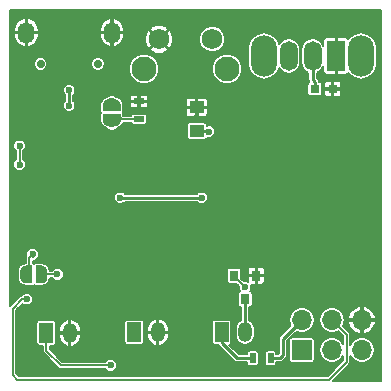
<source format=gbr>
G04 #@! TF.GenerationSoftware,KiCad,Pcbnew,(5.0-dev-4069-g322ce84fb)*
G04 #@! TF.CreationDate,2018-05-24T17:52:26+02:00*
G04 #@! TF.ProjectId,main,6D61696E2E6B696361645F7063620000,rev?*
G04 #@! TF.SameCoordinates,Original*
G04 #@! TF.FileFunction,Copper,L2,Bot,Signal*
G04 #@! TF.FilePolarity,Positive*
%FSLAX46Y46*%
G04 Gerber Fmt 4.6, Leading zero omitted, Abs format (unit mm)*
G04 Created by KiCad (PCBNEW (5.0-dev-4069-g322ce84fb)) date Thu May 24 17:52:26 2018*
%MOMM*%
%LPD*%
G01*
G04 APERTURE LIST*
%ADD10R,0.900000X0.500000*%
%ADD11O,1.400000X1.800000*%
%ADD12C,0.700000*%
%ADD13R,0.500000X0.900000*%
%ADD14O,1.200000X1.700000*%
%ADD15R,1.200000X1.700000*%
%ADD16O,2.200000X3.500000*%
%ADD17O,1.500000X2.500000*%
%ADD18R,1.500000X2.500000*%
%ADD19R,0.800000X0.750000*%
%ADD20C,2.100000*%
%ADD21C,1.750000*%
%ADD22R,1.250000X1.000000*%
%ADD23R,0.800000X0.900000*%
%ADD24R,1.700000X1.700000*%
%ADD25O,1.700000X1.700000*%
%ADD26R,1.500000X0.500000*%
%ADD27C,0.100000*%
%ADD28C,1.000000*%
%ADD29R,0.500000X1.500000*%
%ADD30C,0.600000*%
%ADD31C,0.250000*%
%ADD32C,0.150000*%
G04 APERTURE END LIST*
D10*
X101200000Y-78050000D03*
X101200000Y-79550000D03*
D11*
X98925000Y-72225000D03*
X91675000Y-72225000D03*
D12*
X97725000Y-74875000D03*
X92875000Y-74875000D03*
D13*
X110850000Y-99800000D03*
X112350000Y-99800000D03*
D14*
X110200000Y-97600000D03*
D15*
X108200000Y-97600000D03*
X93350000Y-97650000D03*
D14*
X95350000Y-97650000D03*
X102800000Y-97600000D03*
D15*
X100800000Y-97600000D03*
D16*
X111800000Y-74200000D03*
X120000000Y-74200000D03*
D17*
X113900000Y-74200000D03*
X115900000Y-74200000D03*
D18*
X117900000Y-74200000D03*
D19*
X116100000Y-77000000D03*
X117600000Y-77000000D03*
D20*
X101650000Y-75290000D03*
D21*
X102900000Y-72800000D03*
X107400000Y-72800000D03*
D20*
X108660000Y-75290000D03*
D22*
X106100000Y-80550000D03*
X106100000Y-78550000D03*
D23*
X110200000Y-94800000D03*
X111150000Y-92800000D03*
X109250000Y-92800000D03*
D24*
X115000000Y-99100000D03*
D25*
X115000000Y-96560000D03*
X117540000Y-99100000D03*
X117540000Y-96560000D03*
X120080000Y-99100000D03*
X120080000Y-96560000D03*
D26*
X98900000Y-79400000D03*
X98900000Y-78600000D03*
D27*
G36*
X99199009Y-77852407D02*
X99247545Y-77859606D01*
X99295142Y-77871529D01*
X99341342Y-77888059D01*
X99385698Y-77909038D01*
X99427785Y-77934264D01*
X99467197Y-77963494D01*
X99503553Y-77996446D01*
X99536505Y-78032802D01*
X99565735Y-78072214D01*
X99590961Y-78114301D01*
X99611940Y-78158657D01*
X99628470Y-78204857D01*
X99640393Y-78252454D01*
X99647592Y-78300990D01*
X99650000Y-78349999D01*
X99650000Y-78350001D01*
X99647592Y-78399010D01*
X99640393Y-78447546D01*
X99628470Y-78495143D01*
X99611940Y-78541343D01*
X99590961Y-78585699D01*
X99565735Y-78627786D01*
X99536505Y-78667198D01*
X99503553Y-78703554D01*
X99467197Y-78736506D01*
X99427785Y-78765736D01*
X99385698Y-78790962D01*
X99341342Y-78811941D01*
X99295142Y-78828471D01*
X99247545Y-78840394D01*
X99199009Y-78847593D01*
X99150000Y-78850001D01*
X98650000Y-78850001D01*
X98600991Y-78847593D01*
X98552455Y-78840394D01*
X98504858Y-78828471D01*
X98458658Y-78811941D01*
X98414302Y-78790962D01*
X98372215Y-78765736D01*
X98332803Y-78736506D01*
X98296447Y-78703554D01*
X98263495Y-78667198D01*
X98234265Y-78627786D01*
X98209039Y-78585699D01*
X98188060Y-78541343D01*
X98171530Y-78495143D01*
X98159607Y-78447546D01*
X98152408Y-78399010D01*
X98150000Y-78350001D01*
X98150000Y-78349999D01*
X98152408Y-78300990D01*
X98159607Y-78252454D01*
X98171530Y-78204857D01*
X98188060Y-78158657D01*
X98209039Y-78114301D01*
X98234265Y-78072214D01*
X98263495Y-78032802D01*
X98296447Y-77996446D01*
X98332803Y-77963494D01*
X98372215Y-77934264D01*
X98414302Y-77909038D01*
X98458658Y-77888059D01*
X98504858Y-77871529D01*
X98552455Y-77859606D01*
X98600991Y-77852407D01*
X98650000Y-77849999D01*
X99150000Y-77849999D01*
X99199009Y-77852407D01*
X99199009Y-77852407D01*
G37*
D28*
X98900000Y-78350000D03*
D27*
G36*
X99199009Y-79152407D02*
X99247545Y-79159606D01*
X99295142Y-79171529D01*
X99341342Y-79188059D01*
X99385698Y-79209038D01*
X99427785Y-79234264D01*
X99467197Y-79263494D01*
X99503553Y-79296446D01*
X99536505Y-79332802D01*
X99565735Y-79372214D01*
X99590961Y-79414301D01*
X99611940Y-79458657D01*
X99628470Y-79504857D01*
X99640393Y-79552454D01*
X99647592Y-79600990D01*
X99650000Y-79649999D01*
X99650000Y-79650001D01*
X99647592Y-79699010D01*
X99640393Y-79747546D01*
X99628470Y-79795143D01*
X99611940Y-79841343D01*
X99590961Y-79885699D01*
X99565735Y-79927786D01*
X99536505Y-79967198D01*
X99503553Y-80003554D01*
X99467197Y-80036506D01*
X99427785Y-80065736D01*
X99385698Y-80090962D01*
X99341342Y-80111941D01*
X99295142Y-80128471D01*
X99247545Y-80140394D01*
X99199009Y-80147593D01*
X99150000Y-80150001D01*
X98650000Y-80150001D01*
X98600991Y-80147593D01*
X98552455Y-80140394D01*
X98504858Y-80128471D01*
X98458658Y-80111941D01*
X98414302Y-80090962D01*
X98372215Y-80065736D01*
X98332803Y-80036506D01*
X98296447Y-80003554D01*
X98263495Y-79967198D01*
X98234265Y-79927786D01*
X98209039Y-79885699D01*
X98188060Y-79841343D01*
X98171530Y-79795143D01*
X98159607Y-79747546D01*
X98152408Y-79699010D01*
X98150000Y-79650001D01*
X98150000Y-79649999D01*
X98152408Y-79600990D01*
X98159607Y-79552454D01*
X98171530Y-79504857D01*
X98188060Y-79458657D01*
X98209039Y-79414301D01*
X98234265Y-79372214D01*
X98263495Y-79332802D01*
X98296447Y-79296446D01*
X98332803Y-79263494D01*
X98372215Y-79234264D01*
X98414302Y-79209038D01*
X98458658Y-79188059D01*
X98504858Y-79171529D01*
X98552455Y-79159606D01*
X98600991Y-79152407D01*
X98650000Y-79149999D01*
X99150000Y-79149999D01*
X99199009Y-79152407D01*
X99199009Y-79152407D01*
G37*
D28*
X98900000Y-79650000D03*
D27*
G36*
X91699010Y-91952408D02*
X91747546Y-91959607D01*
X91795143Y-91971530D01*
X91841343Y-91988060D01*
X91885699Y-92009039D01*
X91927786Y-92034265D01*
X91967198Y-92063495D01*
X92003554Y-92096447D01*
X92036506Y-92132803D01*
X92065736Y-92172215D01*
X92090962Y-92214302D01*
X92111941Y-92258658D01*
X92128471Y-92304858D01*
X92140394Y-92352455D01*
X92147593Y-92400991D01*
X92150001Y-92450000D01*
X92150001Y-92950000D01*
X92147593Y-92999009D01*
X92140394Y-93047545D01*
X92128471Y-93095142D01*
X92111941Y-93141342D01*
X92090962Y-93185698D01*
X92065736Y-93227785D01*
X92036506Y-93267197D01*
X92003554Y-93303553D01*
X91967198Y-93336505D01*
X91927786Y-93365735D01*
X91885699Y-93390961D01*
X91841343Y-93411940D01*
X91795143Y-93428470D01*
X91747546Y-93440393D01*
X91699010Y-93447592D01*
X91650001Y-93450000D01*
X91649999Y-93450000D01*
X91600990Y-93447592D01*
X91552454Y-93440393D01*
X91504857Y-93428470D01*
X91458657Y-93411940D01*
X91414301Y-93390961D01*
X91372214Y-93365735D01*
X91332802Y-93336505D01*
X91296446Y-93303553D01*
X91263494Y-93267197D01*
X91234264Y-93227785D01*
X91209038Y-93185698D01*
X91188059Y-93141342D01*
X91171529Y-93095142D01*
X91159606Y-93047545D01*
X91152407Y-92999009D01*
X91149999Y-92950000D01*
X91149999Y-92450000D01*
X91152407Y-92400991D01*
X91159606Y-92352455D01*
X91171529Y-92304858D01*
X91188059Y-92258658D01*
X91209038Y-92214302D01*
X91234264Y-92172215D01*
X91263494Y-92132803D01*
X91296446Y-92096447D01*
X91332802Y-92063495D01*
X91372214Y-92034265D01*
X91414301Y-92009039D01*
X91458657Y-91988060D01*
X91504857Y-91971530D01*
X91552454Y-91959607D01*
X91600990Y-91952408D01*
X91649999Y-91950000D01*
X91650001Y-91950000D01*
X91699010Y-91952408D01*
X91699010Y-91952408D01*
G37*
D28*
X91650000Y-92700000D03*
D27*
G36*
X92999010Y-91952408D02*
X93047546Y-91959607D01*
X93095143Y-91971530D01*
X93141343Y-91988060D01*
X93185699Y-92009039D01*
X93227786Y-92034265D01*
X93267198Y-92063495D01*
X93303554Y-92096447D01*
X93336506Y-92132803D01*
X93365736Y-92172215D01*
X93390962Y-92214302D01*
X93411941Y-92258658D01*
X93428471Y-92304858D01*
X93440394Y-92352455D01*
X93447593Y-92400991D01*
X93450001Y-92450000D01*
X93450001Y-92950000D01*
X93447593Y-92999009D01*
X93440394Y-93047545D01*
X93428471Y-93095142D01*
X93411941Y-93141342D01*
X93390962Y-93185698D01*
X93365736Y-93227785D01*
X93336506Y-93267197D01*
X93303554Y-93303553D01*
X93267198Y-93336505D01*
X93227786Y-93365735D01*
X93185699Y-93390961D01*
X93141343Y-93411940D01*
X93095143Y-93428470D01*
X93047546Y-93440393D01*
X92999010Y-93447592D01*
X92950001Y-93450000D01*
X92949999Y-93450000D01*
X92900990Y-93447592D01*
X92852454Y-93440393D01*
X92804857Y-93428470D01*
X92758657Y-93411940D01*
X92714301Y-93390961D01*
X92672214Y-93365735D01*
X92632802Y-93336505D01*
X92596446Y-93303553D01*
X92563494Y-93267197D01*
X92534264Y-93227785D01*
X92509038Y-93185698D01*
X92488059Y-93141342D01*
X92471529Y-93095142D01*
X92459606Y-93047545D01*
X92452407Y-92999009D01*
X92449999Y-92950000D01*
X92449999Y-92450000D01*
X92452407Y-92400991D01*
X92459606Y-92352455D01*
X92471529Y-92304858D01*
X92488059Y-92258658D01*
X92509038Y-92214302D01*
X92534264Y-92172215D01*
X92563494Y-92132803D01*
X92596446Y-92096447D01*
X92632802Y-92063495D01*
X92672214Y-92034265D01*
X92714301Y-92009039D01*
X92758657Y-91988060D01*
X92804857Y-91971530D01*
X92852454Y-91959607D01*
X92900990Y-91952408D01*
X92949999Y-91950000D01*
X92950001Y-91950000D01*
X92999010Y-91952408D01*
X92999010Y-91952408D01*
G37*
D28*
X92950000Y-92700000D03*
D29*
X92700000Y-92700000D03*
X91900000Y-92700000D03*
D30*
X109400000Y-81500000D03*
X93300000Y-88300000D03*
X95300000Y-85400000D03*
X103100000Y-78500000D03*
X106100000Y-79450000D03*
X98500000Y-82300000D03*
X101900000Y-84400000D03*
X104080000Y-84287500D03*
X105320000Y-84287500D03*
X105320000Y-83512500D03*
X104080000Y-83512500D03*
X111000000Y-88000000D03*
X116800000Y-79900000D03*
X92600000Y-77200000D03*
X93700000Y-73700000D03*
X92600000Y-73700000D03*
X91600000Y-74500000D03*
X91600000Y-75400000D03*
X91600000Y-76300000D03*
X93700000Y-76300000D03*
X92600000Y-76300000D03*
X91600000Y-77200000D03*
X93200000Y-79700000D03*
X110900000Y-81300000D03*
X110900000Y-80400000D03*
X111400000Y-79600000D03*
X113400000Y-81700000D03*
X113500000Y-79600000D03*
X111000000Y-84400000D03*
X111000000Y-82700000D03*
X120000000Y-86700000D03*
X112500000Y-92800000D03*
X93300000Y-91400000D03*
X91300000Y-88000000D03*
X98900000Y-78000000D03*
X95300000Y-77100000D03*
X95300000Y-78400000D03*
X94300000Y-92700000D03*
X99600000Y-86200000D03*
X106500000Y-86200000D03*
X107100000Y-80600000D03*
X92200000Y-91000000D03*
X98900000Y-80000000D03*
X91700000Y-94800000D03*
X91100000Y-81800000D03*
X91100000Y-83400000D03*
X98800000Y-100400000D03*
X110200000Y-93800000D03*
D31*
X106100000Y-78550000D02*
X106100000Y-79450000D01*
D32*
X98900000Y-78425000D02*
X98900000Y-78730000D01*
X98900000Y-78000000D02*
X98900000Y-78425000D01*
D31*
X95300000Y-78400000D02*
X95300000Y-77100000D01*
D32*
X94300000Y-92700000D02*
X92950000Y-92700000D01*
D31*
X113100000Y-99800000D02*
X113400000Y-99500000D01*
X113400000Y-98160000D02*
X115000000Y-96560000D01*
X113400000Y-99500000D02*
X113400000Y-98160000D01*
X112350000Y-99800000D02*
X113100000Y-99800000D01*
X99600000Y-86200000D02*
X106500000Y-86200000D01*
X107100000Y-80550000D02*
X106100000Y-80550000D01*
D32*
X91900000Y-92700000D02*
X91900000Y-91300000D01*
X91900000Y-91300000D02*
X92200000Y-91000000D01*
X92200000Y-91200000D02*
X92200000Y-91000000D01*
X99750000Y-79550000D02*
X99470000Y-79270000D01*
X99470000Y-79270000D02*
X98900000Y-79270000D01*
X101200000Y-79550000D02*
X99750000Y-79550000D01*
X98900000Y-79270000D02*
X98900000Y-79575000D01*
X98900000Y-79575000D02*
X98900000Y-80000000D01*
D31*
X108200000Y-98500000D02*
X109500000Y-99800000D01*
X108200000Y-97600000D02*
X108200000Y-98500000D01*
X109500000Y-99800000D02*
X110850000Y-99800000D01*
X110200000Y-94800000D02*
X110200000Y-97600000D01*
D32*
X91300000Y-94800000D02*
X91700000Y-94800000D01*
X90500000Y-95600000D02*
X91300000Y-94800000D01*
X90900000Y-101600000D02*
X90500000Y-101200000D01*
X90500000Y-101200000D02*
X90500000Y-95600000D01*
X117540000Y-96560000D02*
X117560000Y-96560000D01*
X117560000Y-96560000D02*
X118800000Y-97800000D01*
X118800000Y-97800000D02*
X118800000Y-100100000D01*
X118800000Y-100100000D02*
X117300000Y-101600000D01*
X117300000Y-101600000D02*
X90900000Y-101600000D01*
X91100000Y-83400000D02*
X91100000Y-81800000D01*
X98800000Y-100400000D02*
X94600000Y-100400000D01*
X94600000Y-100400000D02*
X93350000Y-99150000D01*
X93350000Y-99150000D02*
X93350000Y-97650000D01*
D31*
X116100000Y-76400000D02*
X115900000Y-76200000D01*
X116100000Y-77000000D02*
X116100000Y-76400000D01*
X115900000Y-76200000D02*
X115900000Y-74200000D01*
D32*
X109250000Y-92800000D02*
X109250000Y-92850000D01*
X109250000Y-92850000D02*
X110200000Y-93800000D01*
G36*
X121700001Y-101700000D02*
X117624263Y-101700000D01*
X118991239Y-100333025D01*
X119016288Y-100316288D01*
X119082593Y-100217054D01*
X119100000Y-100129545D01*
X119105877Y-100100001D01*
X119100000Y-100070457D01*
X119100000Y-99568274D01*
X119304969Y-99875031D01*
X119660556Y-100112627D01*
X119974125Y-100175000D01*
X120185875Y-100175000D01*
X120499444Y-100112627D01*
X120855031Y-99875031D01*
X121092627Y-99519444D01*
X121176060Y-99100000D01*
X121092627Y-98680556D01*
X120855031Y-98324969D01*
X120499444Y-98087373D01*
X120185875Y-98025000D01*
X119974125Y-98025000D01*
X119660556Y-98087373D01*
X119304969Y-98324969D01*
X119100000Y-98631726D01*
X119100000Y-97829545D01*
X119105877Y-97800000D01*
X119082593Y-97682946D01*
X119062321Y-97652607D01*
X119016288Y-97583712D01*
X118991240Y-97566976D01*
X118492978Y-97068715D01*
X118552627Y-96979444D01*
X118589707Y-96793029D01*
X118928335Y-96793029D01*
X119105177Y-97216014D01*
X119430427Y-97539127D01*
X119846972Y-97711661D01*
X120030000Y-97652607D01*
X120030000Y-96610000D01*
X120130000Y-96610000D01*
X120130000Y-97652607D01*
X120313028Y-97711661D01*
X120729573Y-97539127D01*
X121054823Y-97216014D01*
X121231665Y-96793029D01*
X121172690Y-96610000D01*
X120130000Y-96610000D01*
X120030000Y-96610000D01*
X118987310Y-96610000D01*
X118928335Y-96793029D01*
X118589707Y-96793029D01*
X118636060Y-96560000D01*
X118589708Y-96326971D01*
X118928335Y-96326971D01*
X118987310Y-96510000D01*
X120030000Y-96510000D01*
X120030000Y-95467393D01*
X120130000Y-95467393D01*
X120130000Y-96510000D01*
X121172690Y-96510000D01*
X121231665Y-96326971D01*
X121054823Y-95903986D01*
X120729573Y-95580873D01*
X120313028Y-95408339D01*
X120130000Y-95467393D01*
X120030000Y-95467393D01*
X119846972Y-95408339D01*
X119430427Y-95580873D01*
X119105177Y-95903986D01*
X118928335Y-96326971D01*
X118589708Y-96326971D01*
X118552627Y-96140556D01*
X118315031Y-95784969D01*
X117959444Y-95547373D01*
X117645875Y-95485000D01*
X117434125Y-95485000D01*
X117120556Y-95547373D01*
X116764969Y-95784969D01*
X116527373Y-96140556D01*
X116443940Y-96560000D01*
X116527373Y-96979444D01*
X116764969Y-97335031D01*
X117120556Y-97572627D01*
X117434125Y-97635000D01*
X117645875Y-97635000D01*
X117959444Y-97572627D01*
X118072693Y-97496956D01*
X118500000Y-97924264D01*
X118500000Y-98601795D01*
X118315031Y-98324969D01*
X117959444Y-98087373D01*
X117645875Y-98025000D01*
X117434125Y-98025000D01*
X117120556Y-98087373D01*
X116764969Y-98324969D01*
X116527373Y-98680556D01*
X116443940Y-99100000D01*
X116527373Y-99519444D01*
X116764969Y-99875031D01*
X117120556Y-100112627D01*
X117434125Y-100175000D01*
X117645875Y-100175000D01*
X117959444Y-100112627D01*
X118315031Y-99875031D01*
X118500001Y-99598205D01*
X118500001Y-99975735D01*
X117175737Y-101300000D01*
X91024264Y-101300000D01*
X90800000Y-101075737D01*
X90800000Y-96800000D01*
X92520592Y-96800000D01*
X92520592Y-98500000D01*
X92538055Y-98587791D01*
X92587784Y-98662216D01*
X92662209Y-98711945D01*
X92750000Y-98729408D01*
X93050000Y-98729408D01*
X93050000Y-99120455D01*
X93044123Y-99150000D01*
X93050000Y-99179544D01*
X93067407Y-99267053D01*
X93133712Y-99366288D01*
X93158764Y-99383027D01*
X94366975Y-100591239D01*
X94383712Y-100616288D01*
X94482946Y-100682593D01*
X94600000Y-100705877D01*
X94629545Y-100700000D01*
X98357539Y-100700000D01*
X98502612Y-100845073D01*
X98695571Y-100925000D01*
X98904429Y-100925000D01*
X99097388Y-100845073D01*
X99245073Y-100697388D01*
X99325000Y-100504429D01*
X99325000Y-100295571D01*
X99245073Y-100102612D01*
X99097388Y-99954927D01*
X98904429Y-99875000D01*
X98695571Y-99875000D01*
X98502612Y-99954927D01*
X98357539Y-100100000D01*
X94724264Y-100100000D01*
X93650000Y-99025737D01*
X93650000Y-98729408D01*
X93950000Y-98729408D01*
X94037791Y-98711945D01*
X94112216Y-98662216D01*
X94161945Y-98587791D01*
X94179408Y-98500000D01*
X94179408Y-97700000D01*
X94425000Y-97700000D01*
X94425000Y-97950000D01*
X94514546Y-98300176D01*
X94731282Y-98589429D01*
X95042212Y-98773722D01*
X95156125Y-98804455D01*
X95300000Y-98742267D01*
X95300000Y-97700000D01*
X95400000Y-97700000D01*
X95400000Y-98742267D01*
X95543875Y-98804455D01*
X95657788Y-98773722D01*
X95968718Y-98589429D01*
X96185454Y-98300176D01*
X96275000Y-97950000D01*
X96275000Y-97700000D01*
X95400000Y-97700000D01*
X95300000Y-97700000D01*
X94425000Y-97700000D01*
X94179408Y-97700000D01*
X94179408Y-97350000D01*
X94425000Y-97350000D01*
X94425000Y-97600000D01*
X95300000Y-97600000D01*
X95300000Y-96557733D01*
X95400000Y-96557733D01*
X95400000Y-97600000D01*
X96275000Y-97600000D01*
X96275000Y-97350000D01*
X96185454Y-96999824D01*
X95998262Y-96750000D01*
X99970592Y-96750000D01*
X99970592Y-98450000D01*
X99988055Y-98537791D01*
X100037784Y-98612216D01*
X100112209Y-98661945D01*
X100200000Y-98679408D01*
X101400000Y-98679408D01*
X101487791Y-98661945D01*
X101562216Y-98612216D01*
X101611945Y-98537791D01*
X101629408Y-98450000D01*
X101629408Y-97650000D01*
X101875000Y-97650000D01*
X101875000Y-97900000D01*
X101964546Y-98250176D01*
X102181282Y-98539429D01*
X102492212Y-98723722D01*
X102606125Y-98754455D01*
X102750000Y-98692267D01*
X102750000Y-97650000D01*
X102850000Y-97650000D01*
X102850000Y-98692267D01*
X102993875Y-98754455D01*
X103107788Y-98723722D01*
X103418718Y-98539429D01*
X103635454Y-98250176D01*
X103725000Y-97900000D01*
X103725000Y-97650000D01*
X102850000Y-97650000D01*
X102750000Y-97650000D01*
X101875000Y-97650000D01*
X101629408Y-97650000D01*
X101629408Y-97300000D01*
X101875000Y-97300000D01*
X101875000Y-97550000D01*
X102750000Y-97550000D01*
X102750000Y-96507733D01*
X102850000Y-96507733D01*
X102850000Y-97550000D01*
X103725000Y-97550000D01*
X103725000Y-97300000D01*
X103635454Y-96949824D01*
X103485727Y-96750000D01*
X107370592Y-96750000D01*
X107370592Y-98450000D01*
X107388055Y-98537791D01*
X107437784Y-98612216D01*
X107512209Y-98661945D01*
X107600000Y-98679408D01*
X107898937Y-98679408D01*
X107920678Y-98711945D01*
X107947666Y-98752335D01*
X107976887Y-98771860D01*
X109228142Y-100023117D01*
X109247665Y-100052335D01*
X109276883Y-100071858D01*
X109276885Y-100071860D01*
X109345051Y-100117407D01*
X109363437Y-100129692D01*
X109465532Y-100150000D01*
X109465536Y-100150000D01*
X109500000Y-100156855D01*
X109534464Y-100150000D01*
X110370592Y-100150000D01*
X110370592Y-100250000D01*
X110388055Y-100337791D01*
X110437784Y-100412216D01*
X110512209Y-100461945D01*
X110600000Y-100479408D01*
X111100000Y-100479408D01*
X111187791Y-100461945D01*
X111262216Y-100412216D01*
X111311945Y-100337791D01*
X111329408Y-100250000D01*
X111329408Y-99350000D01*
X111870592Y-99350000D01*
X111870592Y-100250000D01*
X111888055Y-100337791D01*
X111937784Y-100412216D01*
X112012209Y-100461945D01*
X112100000Y-100479408D01*
X112600000Y-100479408D01*
X112687791Y-100461945D01*
X112762216Y-100412216D01*
X112811945Y-100337791D01*
X112829408Y-100250000D01*
X112829408Y-100150000D01*
X113065536Y-100150000D01*
X113100000Y-100156855D01*
X113134464Y-100150000D01*
X113134468Y-100150000D01*
X113236563Y-100129692D01*
X113352335Y-100052335D01*
X113371862Y-100023111D01*
X113623116Y-99771858D01*
X113652334Y-99752335D01*
X113729692Y-99636563D01*
X113750000Y-99534468D01*
X113750000Y-99534465D01*
X113756855Y-99500001D01*
X113750000Y-99465537D01*
X113750000Y-98304973D01*
X113804973Y-98250000D01*
X113920592Y-98250000D01*
X113920592Y-99950000D01*
X113938055Y-100037791D01*
X113987784Y-100112216D01*
X114062209Y-100161945D01*
X114150000Y-100179408D01*
X115850000Y-100179408D01*
X115937791Y-100161945D01*
X116012216Y-100112216D01*
X116061945Y-100037791D01*
X116079408Y-99950000D01*
X116079408Y-98250000D01*
X116061945Y-98162209D01*
X116012216Y-98087784D01*
X115937791Y-98038055D01*
X115850000Y-98020592D01*
X114150000Y-98020592D01*
X114062209Y-98038055D01*
X113987784Y-98087784D01*
X113938055Y-98162209D01*
X113920592Y-98250000D01*
X113804973Y-98250000D01*
X114521684Y-97533290D01*
X114580556Y-97572627D01*
X114894125Y-97635000D01*
X115105875Y-97635000D01*
X115419444Y-97572627D01*
X115775031Y-97335031D01*
X116012627Y-96979444D01*
X116096060Y-96560000D01*
X116012627Y-96140556D01*
X115775031Y-95784969D01*
X115419444Y-95547373D01*
X115105875Y-95485000D01*
X114894125Y-95485000D01*
X114580556Y-95547373D01*
X114224969Y-95784969D01*
X113987373Y-96140556D01*
X113903940Y-96560000D01*
X113987373Y-96979444D01*
X114026710Y-97038316D01*
X113176887Y-97888140D01*
X113147666Y-97907665D01*
X113128141Y-97936886D01*
X113070308Y-98023438D01*
X113043145Y-98160000D01*
X113050001Y-98194468D01*
X113050000Y-99355026D01*
X112955027Y-99450000D01*
X112829408Y-99450000D01*
X112829408Y-99350000D01*
X112811945Y-99262209D01*
X112762216Y-99187784D01*
X112687791Y-99138055D01*
X112600000Y-99120592D01*
X112100000Y-99120592D01*
X112012209Y-99138055D01*
X111937784Y-99187784D01*
X111888055Y-99262209D01*
X111870592Y-99350000D01*
X111329408Y-99350000D01*
X111311945Y-99262209D01*
X111262216Y-99187784D01*
X111187791Y-99138055D01*
X111100000Y-99120592D01*
X110600000Y-99120592D01*
X110512209Y-99138055D01*
X110437784Y-99187784D01*
X110388055Y-99262209D01*
X110370592Y-99350000D01*
X110370592Y-99450000D01*
X109644975Y-99450000D01*
X108862041Y-98667067D01*
X108887791Y-98661945D01*
X108962216Y-98612216D01*
X109011945Y-98537791D01*
X109029408Y-98450000D01*
X109029408Y-96750000D01*
X109011945Y-96662209D01*
X108962216Y-96587784D01*
X108887791Y-96538055D01*
X108800000Y-96520592D01*
X107600000Y-96520592D01*
X107512209Y-96538055D01*
X107437784Y-96587784D01*
X107388055Y-96662209D01*
X107370592Y-96750000D01*
X103485727Y-96750000D01*
X103418718Y-96660571D01*
X103107788Y-96476278D01*
X102993875Y-96445545D01*
X102850000Y-96507733D01*
X102750000Y-96507733D01*
X102606125Y-96445545D01*
X102492212Y-96476278D01*
X102181282Y-96660571D01*
X101964546Y-96949824D01*
X101875000Y-97300000D01*
X101629408Y-97300000D01*
X101629408Y-96750000D01*
X101611945Y-96662209D01*
X101562216Y-96587784D01*
X101487791Y-96538055D01*
X101400000Y-96520592D01*
X100200000Y-96520592D01*
X100112209Y-96538055D01*
X100037784Y-96587784D01*
X99988055Y-96662209D01*
X99970592Y-96750000D01*
X95998262Y-96750000D01*
X95968718Y-96710571D01*
X95657788Y-96526278D01*
X95543875Y-96495545D01*
X95400000Y-96557733D01*
X95300000Y-96557733D01*
X95156125Y-96495545D01*
X95042212Y-96526278D01*
X94731282Y-96710571D01*
X94514546Y-96999824D01*
X94425000Y-97350000D01*
X94179408Y-97350000D01*
X94179408Y-96800000D01*
X94161945Y-96712209D01*
X94112216Y-96637784D01*
X94037791Y-96588055D01*
X93950000Y-96570592D01*
X92750000Y-96570592D01*
X92662209Y-96588055D01*
X92587784Y-96637784D01*
X92538055Y-96712209D01*
X92520592Y-96800000D01*
X90800000Y-96800000D01*
X90800000Y-95724263D01*
X91340901Y-95183362D01*
X91402612Y-95245073D01*
X91595571Y-95325000D01*
X91804429Y-95325000D01*
X91997388Y-95245073D01*
X92145073Y-95097388D01*
X92225000Y-94904429D01*
X92225000Y-94695571D01*
X92145073Y-94502612D01*
X91997388Y-94354927D01*
X91804429Y-94275000D01*
X91595571Y-94275000D01*
X91402612Y-94354927D01*
X91254927Y-94502612D01*
X91254712Y-94503132D01*
X91182946Y-94517407D01*
X91083712Y-94583712D01*
X91066975Y-94608761D01*
X90308762Y-95366975D01*
X90300000Y-95372830D01*
X90300000Y-92450000D01*
X90920591Y-92450000D01*
X90920591Y-92950000D01*
X90976114Y-93229132D01*
X91134230Y-93465769D01*
X91370867Y-93623885D01*
X91649999Y-93679408D01*
X92150000Y-93679408D01*
X92237791Y-93661945D01*
X92300000Y-93620378D01*
X92362209Y-93661945D01*
X92450000Y-93679408D01*
X92950001Y-93679408D01*
X93229133Y-93623885D01*
X93465770Y-93465769D01*
X93623886Y-93229132D01*
X93669463Y-93000000D01*
X93857539Y-93000000D01*
X94002612Y-93145073D01*
X94195571Y-93225000D01*
X94404429Y-93225000D01*
X94597388Y-93145073D01*
X94745073Y-92997388D01*
X94825000Y-92804429D01*
X94825000Y-92595571D01*
X94745073Y-92402612D01*
X94692461Y-92350000D01*
X108620592Y-92350000D01*
X108620592Y-93250000D01*
X108638055Y-93337791D01*
X108687784Y-93412216D01*
X108762209Y-93461945D01*
X108850000Y-93479408D01*
X109455145Y-93479408D01*
X109675000Y-93699264D01*
X109675000Y-93904429D01*
X109754927Y-94097388D01*
X109781759Y-94124220D01*
X109712209Y-94138055D01*
X109637784Y-94187784D01*
X109588055Y-94262209D01*
X109570592Y-94350000D01*
X109570592Y-95250000D01*
X109588055Y-95337791D01*
X109637784Y-95412216D01*
X109712209Y-95461945D01*
X109800000Y-95479408D01*
X109850000Y-95479408D01*
X109850001Y-96591644D01*
X109605209Y-96755209D01*
X109422868Y-97028102D01*
X109375000Y-97268750D01*
X109375000Y-97931251D01*
X109422868Y-98171899D01*
X109605210Y-98444791D01*
X109878102Y-98627132D01*
X110200000Y-98691162D01*
X110521899Y-98627132D01*
X110794791Y-98444791D01*
X110977132Y-98171899D01*
X111025000Y-97931251D01*
X111025000Y-97268749D01*
X110977132Y-97028101D01*
X110794791Y-96755209D01*
X110550000Y-96591645D01*
X110550000Y-95479408D01*
X110600000Y-95479408D01*
X110687791Y-95461945D01*
X110762216Y-95412216D01*
X110811945Y-95337791D01*
X110829408Y-95250000D01*
X110829408Y-94350000D01*
X110811945Y-94262209D01*
X110762216Y-94187784D01*
X110687791Y-94138055D01*
X110618241Y-94124220D01*
X110645073Y-94097388D01*
X110725000Y-93904429D01*
X110725000Y-93695571D01*
X110672925Y-93569852D01*
X110685353Y-93575000D01*
X111018750Y-93575000D01*
X111100000Y-93493750D01*
X111100000Y-92850000D01*
X111200000Y-92850000D01*
X111200000Y-93493750D01*
X111281250Y-93575000D01*
X111614647Y-93575000D01*
X111734098Y-93525521D01*
X111825522Y-93434097D01*
X111875000Y-93314646D01*
X111875000Y-92931250D01*
X111793750Y-92850000D01*
X111200000Y-92850000D01*
X111100000Y-92850000D01*
X110506250Y-92850000D01*
X110425000Y-92931250D01*
X110425000Y-93314646D01*
X110430148Y-93327075D01*
X110304429Y-93275000D01*
X110099264Y-93275000D01*
X109879408Y-93055145D01*
X109879408Y-92350000D01*
X109866549Y-92285354D01*
X110425000Y-92285354D01*
X110425000Y-92668750D01*
X110506250Y-92750000D01*
X111100000Y-92750000D01*
X111100000Y-92106250D01*
X111200000Y-92106250D01*
X111200000Y-92750000D01*
X111793750Y-92750000D01*
X111875000Y-92668750D01*
X111875000Y-92285354D01*
X111825522Y-92165903D01*
X111734098Y-92074479D01*
X111614647Y-92025000D01*
X111281250Y-92025000D01*
X111200000Y-92106250D01*
X111100000Y-92106250D01*
X111018750Y-92025000D01*
X110685353Y-92025000D01*
X110565902Y-92074479D01*
X110474478Y-92165903D01*
X110425000Y-92285354D01*
X109866549Y-92285354D01*
X109861945Y-92262209D01*
X109812216Y-92187784D01*
X109737791Y-92138055D01*
X109650000Y-92120592D01*
X108850000Y-92120592D01*
X108762209Y-92138055D01*
X108687784Y-92187784D01*
X108638055Y-92262209D01*
X108620592Y-92350000D01*
X94692461Y-92350000D01*
X94597388Y-92254927D01*
X94404429Y-92175000D01*
X94195571Y-92175000D01*
X94002612Y-92254927D01*
X93857539Y-92400000D01*
X93669463Y-92400000D01*
X93623886Y-92170868D01*
X93465770Y-91934231D01*
X93229133Y-91776115D01*
X92950001Y-91720592D01*
X92450000Y-91720592D01*
X92362209Y-91738055D01*
X92300000Y-91779622D01*
X92237791Y-91738055D01*
X92200000Y-91730538D01*
X92200000Y-91525000D01*
X92304429Y-91525000D01*
X92497388Y-91445073D01*
X92645073Y-91297388D01*
X92725000Y-91104429D01*
X92725000Y-90895571D01*
X92645073Y-90702612D01*
X92497388Y-90554927D01*
X92304429Y-90475000D01*
X92095571Y-90475000D01*
X91902612Y-90554927D01*
X91754927Y-90702612D01*
X91675000Y-90895571D01*
X91675000Y-91096752D01*
X91666977Y-91108760D01*
X91617407Y-91182947D01*
X91594123Y-91300000D01*
X91600001Y-91329550D01*
X91600001Y-91730537D01*
X91370867Y-91776115D01*
X91134230Y-91934231D01*
X90976114Y-92170868D01*
X90920591Y-92450000D01*
X90300000Y-92450000D01*
X90300000Y-86095571D01*
X99075000Y-86095571D01*
X99075000Y-86304429D01*
X99154927Y-86497388D01*
X99302612Y-86645073D01*
X99495571Y-86725000D01*
X99704429Y-86725000D01*
X99897388Y-86645073D01*
X99992461Y-86550000D01*
X106107539Y-86550000D01*
X106202612Y-86645073D01*
X106395571Y-86725000D01*
X106604429Y-86725000D01*
X106797388Y-86645073D01*
X106945073Y-86497388D01*
X107025000Y-86304429D01*
X107025000Y-86095571D01*
X106945073Y-85902612D01*
X106797388Y-85754927D01*
X106604429Y-85675000D01*
X106395571Y-85675000D01*
X106202612Y-85754927D01*
X106107539Y-85850000D01*
X99992461Y-85850000D01*
X99897388Y-85754927D01*
X99704429Y-85675000D01*
X99495571Y-85675000D01*
X99302612Y-85754927D01*
X99154927Y-85902612D01*
X99075000Y-86095571D01*
X90300000Y-86095571D01*
X90300000Y-81695571D01*
X90575000Y-81695571D01*
X90575000Y-81904429D01*
X90654927Y-82097388D01*
X90800001Y-82242462D01*
X90800000Y-82957539D01*
X90654927Y-83102612D01*
X90575000Y-83295571D01*
X90575000Y-83504429D01*
X90654927Y-83697388D01*
X90802612Y-83845073D01*
X90995571Y-83925000D01*
X91204429Y-83925000D01*
X91397388Y-83845073D01*
X91545073Y-83697388D01*
X91625000Y-83504429D01*
X91625000Y-83295571D01*
X91545073Y-83102612D01*
X91400000Y-82957539D01*
X91400000Y-82242461D01*
X91545073Y-82097388D01*
X91625000Y-81904429D01*
X91625000Y-81695571D01*
X91545073Y-81502612D01*
X91397388Y-81354927D01*
X91204429Y-81275000D01*
X90995571Y-81275000D01*
X90802612Y-81354927D01*
X90654927Y-81502612D01*
X90575000Y-81695571D01*
X90300000Y-81695571D01*
X90300000Y-76995571D01*
X94775000Y-76995571D01*
X94775000Y-77204429D01*
X94854927Y-77397388D01*
X94950001Y-77492462D01*
X94950000Y-78007539D01*
X94854927Y-78102612D01*
X94775000Y-78295571D01*
X94775000Y-78504429D01*
X94854927Y-78697388D01*
X95002612Y-78845073D01*
X95195571Y-78925000D01*
X95404429Y-78925000D01*
X95597388Y-78845073D01*
X95745073Y-78697388D01*
X95825000Y-78504429D01*
X95825000Y-78350000D01*
X97920592Y-78350000D01*
X97920592Y-78850000D01*
X97938055Y-78937791D01*
X97979622Y-79000000D01*
X97938055Y-79062209D01*
X97920592Y-79150000D01*
X97920592Y-79650001D01*
X97976115Y-79929133D01*
X98134231Y-80165770D01*
X98370868Y-80323886D01*
X98508877Y-80351338D01*
X98602612Y-80445073D01*
X98795571Y-80525000D01*
X99004429Y-80525000D01*
X99197388Y-80445073D01*
X99291123Y-80351338D01*
X99429132Y-80323886D01*
X99665769Y-80165770D01*
X99743124Y-80050000D01*
X105245592Y-80050000D01*
X105245592Y-81050000D01*
X105263055Y-81137791D01*
X105312784Y-81212216D01*
X105387209Y-81261945D01*
X105475000Y-81279408D01*
X106725000Y-81279408D01*
X106812791Y-81261945D01*
X106887216Y-81212216D01*
X106936945Y-81137791D01*
X106943758Y-81103538D01*
X106995571Y-81125000D01*
X107204429Y-81125000D01*
X107397388Y-81045073D01*
X107545073Y-80897388D01*
X107625000Y-80704429D01*
X107625000Y-80495571D01*
X107545073Y-80302612D01*
X107397388Y-80154927D01*
X107204429Y-80075000D01*
X106995571Y-80075000D01*
X106954408Y-80092050D01*
X106954408Y-80050000D01*
X106936945Y-79962209D01*
X106887216Y-79887784D01*
X106812791Y-79838055D01*
X106725000Y-79820592D01*
X105475000Y-79820592D01*
X105387209Y-79838055D01*
X105312784Y-79887784D01*
X105263055Y-79962209D01*
X105245592Y-80050000D01*
X99743124Y-80050000D01*
X99823885Y-79929133D01*
X99839626Y-79850000D01*
X100530538Y-79850000D01*
X100538055Y-79887791D01*
X100587784Y-79962216D01*
X100662209Y-80011945D01*
X100750000Y-80029408D01*
X101650000Y-80029408D01*
X101737791Y-80011945D01*
X101812216Y-79962216D01*
X101861945Y-79887791D01*
X101879408Y-79800000D01*
X101879408Y-79300000D01*
X101861945Y-79212209D01*
X101812216Y-79137784D01*
X101737791Y-79088055D01*
X101650000Y-79070592D01*
X100750000Y-79070592D01*
X100662209Y-79088055D01*
X100587784Y-79137784D01*
X100538055Y-79212209D01*
X100530538Y-79250000D01*
X99879408Y-79250000D01*
X99879408Y-79150000D01*
X99861945Y-79062209D01*
X99820378Y-79000000D01*
X99861945Y-78937791D01*
X99879408Y-78850000D01*
X99879408Y-78681250D01*
X105150000Y-78681250D01*
X105150000Y-79114646D01*
X105199478Y-79234097D01*
X105290902Y-79325521D01*
X105410353Y-79375000D01*
X105968750Y-79375000D01*
X106050000Y-79293750D01*
X106050000Y-78600000D01*
X106150000Y-78600000D01*
X106150000Y-79293750D01*
X106231250Y-79375000D01*
X106789647Y-79375000D01*
X106909098Y-79325521D01*
X107000522Y-79234097D01*
X107050000Y-79114646D01*
X107050000Y-78681250D01*
X106968750Y-78600000D01*
X106150000Y-78600000D01*
X106050000Y-78600000D01*
X105231250Y-78600000D01*
X105150000Y-78681250D01*
X99879408Y-78681250D01*
X99879408Y-78350000D01*
X99868943Y-78297388D01*
X99845842Y-78181250D01*
X100425000Y-78181250D01*
X100425000Y-78364646D01*
X100474478Y-78484097D01*
X100565902Y-78575521D01*
X100685353Y-78625000D01*
X101068750Y-78625000D01*
X101150000Y-78543750D01*
X101150000Y-78100000D01*
X101250000Y-78100000D01*
X101250000Y-78543750D01*
X101331250Y-78625000D01*
X101714647Y-78625000D01*
X101834098Y-78575521D01*
X101925522Y-78484097D01*
X101975000Y-78364646D01*
X101975000Y-78181250D01*
X101893750Y-78100000D01*
X101250000Y-78100000D01*
X101150000Y-78100000D01*
X100506250Y-78100000D01*
X100425000Y-78181250D01*
X99845842Y-78181250D01*
X99823885Y-78070867D01*
X99665769Y-77834230D01*
X99517791Y-77735354D01*
X100425000Y-77735354D01*
X100425000Y-77918750D01*
X100506250Y-78000000D01*
X101150000Y-78000000D01*
X101150000Y-77556250D01*
X101250000Y-77556250D01*
X101250000Y-78000000D01*
X101893750Y-78000000D01*
X101908396Y-77985354D01*
X105150000Y-77985354D01*
X105150000Y-78418750D01*
X105231250Y-78500000D01*
X106050000Y-78500000D01*
X106050000Y-77806250D01*
X106150000Y-77806250D01*
X106150000Y-78500000D01*
X106968750Y-78500000D01*
X107050000Y-78418750D01*
X107050000Y-77985354D01*
X107000522Y-77865903D01*
X106909098Y-77774479D01*
X106789647Y-77725000D01*
X106231250Y-77725000D01*
X106150000Y-77806250D01*
X106050000Y-77806250D01*
X105968750Y-77725000D01*
X105410353Y-77725000D01*
X105290902Y-77774479D01*
X105199478Y-77865903D01*
X105150000Y-77985354D01*
X101908396Y-77985354D01*
X101975000Y-77918750D01*
X101975000Y-77735354D01*
X101925522Y-77615903D01*
X101834098Y-77524479D01*
X101714647Y-77475000D01*
X101331250Y-77475000D01*
X101250000Y-77556250D01*
X101150000Y-77556250D01*
X101068750Y-77475000D01*
X100685353Y-77475000D01*
X100565902Y-77524479D01*
X100474478Y-77615903D01*
X100425000Y-77735354D01*
X99517791Y-77735354D01*
X99429132Y-77676114D01*
X99291123Y-77648662D01*
X99197388Y-77554927D01*
X99004429Y-77475000D01*
X98795571Y-77475000D01*
X98602612Y-77554927D01*
X98508877Y-77648662D01*
X98370868Y-77676114D01*
X98134231Y-77834230D01*
X97976115Y-78070867D01*
X97931057Y-78297388D01*
X97920592Y-78350000D01*
X95825000Y-78350000D01*
X95825000Y-78295571D01*
X95745073Y-78102612D01*
X95650000Y-78007539D01*
X95650000Y-77492461D01*
X95745073Y-77397388D01*
X95825000Y-77204429D01*
X95825000Y-76995571D01*
X95745073Y-76802612D01*
X95597388Y-76654927D01*
X95404429Y-76575000D01*
X95195571Y-76575000D01*
X95002612Y-76654927D01*
X94854927Y-76802612D01*
X94775000Y-76995571D01*
X90300000Y-76995571D01*
X90300000Y-74760625D01*
X92300000Y-74760625D01*
X92300000Y-74989375D01*
X92387538Y-75200711D01*
X92549289Y-75362462D01*
X92760625Y-75450000D01*
X92989375Y-75450000D01*
X93200711Y-75362462D01*
X93362462Y-75200711D01*
X93450000Y-74989375D01*
X93450000Y-74760625D01*
X97150000Y-74760625D01*
X97150000Y-74989375D01*
X97237538Y-75200711D01*
X97399289Y-75362462D01*
X97610625Y-75450000D01*
X97839375Y-75450000D01*
X98050711Y-75362462D01*
X98212462Y-75200711D01*
X98280527Y-75036387D01*
X100375000Y-75036387D01*
X100375000Y-75543613D01*
X100569107Y-76012230D01*
X100927770Y-76370893D01*
X101396387Y-76565000D01*
X101903613Y-76565000D01*
X102372230Y-76370893D01*
X102730893Y-76012230D01*
X102925000Y-75543613D01*
X102925000Y-75036387D01*
X107385000Y-75036387D01*
X107385000Y-75543613D01*
X107579107Y-76012230D01*
X107937770Y-76370893D01*
X108406387Y-76565000D01*
X108913613Y-76565000D01*
X109382230Y-76370893D01*
X109740893Y-76012230D01*
X109935000Y-75543613D01*
X109935000Y-75036387D01*
X109740893Y-74567770D01*
X109382230Y-74209107D01*
X108913613Y-74015000D01*
X108406387Y-74015000D01*
X107937770Y-74209107D01*
X107579107Y-74567770D01*
X107385000Y-75036387D01*
X102925000Y-75036387D01*
X102730893Y-74567770D01*
X102372230Y-74209107D01*
X101903613Y-74015000D01*
X101396387Y-74015000D01*
X100927770Y-74209107D01*
X100569107Y-74567770D01*
X100375000Y-75036387D01*
X98280527Y-75036387D01*
X98300000Y-74989375D01*
X98300000Y-74760625D01*
X98212462Y-74549289D01*
X98050711Y-74387538D01*
X97839375Y-74300000D01*
X97610625Y-74300000D01*
X97399289Y-74387538D01*
X97237538Y-74549289D01*
X97150000Y-74760625D01*
X93450000Y-74760625D01*
X93362462Y-74549289D01*
X93200711Y-74387538D01*
X92989375Y-74300000D01*
X92760625Y-74300000D01*
X92549289Y-74387538D01*
X92387538Y-74549289D01*
X92300000Y-74760625D01*
X90300000Y-74760625D01*
X90300000Y-73642280D01*
X102128431Y-73642280D01*
X102221892Y-73818402D01*
X102663235Y-74000382D01*
X103140624Y-73999614D01*
X103578108Y-73818402D01*
X103671569Y-73642280D01*
X102900000Y-72870711D01*
X102128431Y-73642280D01*
X90300000Y-73642280D01*
X90300000Y-72275000D01*
X90650000Y-72275000D01*
X90650000Y-72475000D01*
X90747158Y-72863444D01*
X90985571Y-73185139D01*
X91328943Y-73391110D01*
X91465461Y-73428354D01*
X91625000Y-73367425D01*
X91625000Y-72275000D01*
X91725000Y-72275000D01*
X91725000Y-73367425D01*
X91884539Y-73428354D01*
X92021057Y-73391110D01*
X92364429Y-73185139D01*
X92602842Y-72863444D01*
X92700000Y-72475000D01*
X92700000Y-72275000D01*
X97900000Y-72275000D01*
X97900000Y-72475000D01*
X97997158Y-72863444D01*
X98235571Y-73185139D01*
X98578943Y-73391110D01*
X98715461Y-73428354D01*
X98875000Y-73367425D01*
X98875000Y-72275000D01*
X98975000Y-72275000D01*
X98975000Y-73367425D01*
X99134539Y-73428354D01*
X99271057Y-73391110D01*
X99614429Y-73185139D01*
X99852842Y-72863444D01*
X99927930Y-72563235D01*
X101699618Y-72563235D01*
X101700386Y-73040624D01*
X101881598Y-73478108D01*
X102057720Y-73571569D01*
X102829289Y-72800000D01*
X102970711Y-72800000D01*
X103742280Y-73571569D01*
X103918402Y-73478108D01*
X104100382Y-73036765D01*
X104099650Y-72581196D01*
X106300000Y-72581196D01*
X106300000Y-73018804D01*
X106467465Y-73423100D01*
X106776900Y-73732535D01*
X107181196Y-73900000D01*
X107618804Y-73900000D01*
X108023100Y-73732535D01*
X108332535Y-73423100D01*
X108334025Y-73419501D01*
X110475000Y-73419501D01*
X110475000Y-74980498D01*
X110551878Y-75366988D01*
X110844728Y-75805271D01*
X111283011Y-76098122D01*
X111800000Y-76200958D01*
X112316988Y-76098122D01*
X112755271Y-75805272D01*
X113048122Y-75366989D01*
X113076780Y-75222917D01*
X113197064Y-75402936D01*
X113519574Y-75618430D01*
X113900000Y-75694101D01*
X114280425Y-75618430D01*
X114602936Y-75402936D01*
X114818430Y-75080426D01*
X114875000Y-74796028D01*
X114875000Y-74796027D01*
X114925000Y-74796027D01*
X114981570Y-75080425D01*
X115197064Y-75402936D01*
X115519574Y-75618430D01*
X115550000Y-75624482D01*
X115550000Y-76165536D01*
X115543145Y-76200000D01*
X115550000Y-76234464D01*
X115550000Y-76234467D01*
X115570308Y-76336562D01*
X115620339Y-76411438D01*
X115612209Y-76413055D01*
X115537784Y-76462784D01*
X115488055Y-76537209D01*
X115470592Y-76625000D01*
X115470592Y-77375000D01*
X115488055Y-77462791D01*
X115537784Y-77537216D01*
X115612209Y-77586945D01*
X115700000Y-77604408D01*
X116500000Y-77604408D01*
X116587791Y-77586945D01*
X116662216Y-77537216D01*
X116711945Y-77462791D01*
X116729408Y-77375000D01*
X116729408Y-77131250D01*
X116875000Y-77131250D01*
X116875000Y-77439647D01*
X116924479Y-77559098D01*
X117015903Y-77650522D01*
X117135354Y-77700000D01*
X117468750Y-77700000D01*
X117550000Y-77618750D01*
X117550000Y-77050000D01*
X117650000Y-77050000D01*
X117650000Y-77618750D01*
X117731250Y-77700000D01*
X118064646Y-77700000D01*
X118184097Y-77650522D01*
X118275521Y-77559098D01*
X118325000Y-77439647D01*
X118325000Y-77131250D01*
X118243750Y-77050000D01*
X117650000Y-77050000D01*
X117550000Y-77050000D01*
X116956250Y-77050000D01*
X116875000Y-77131250D01*
X116729408Y-77131250D01*
X116729408Y-76625000D01*
X116716549Y-76560353D01*
X116875000Y-76560353D01*
X116875000Y-76868750D01*
X116956250Y-76950000D01*
X117550000Y-76950000D01*
X117550000Y-76381250D01*
X117650000Y-76381250D01*
X117650000Y-76950000D01*
X118243750Y-76950000D01*
X118325000Y-76868750D01*
X118325000Y-76560353D01*
X118275521Y-76440902D01*
X118184097Y-76349478D01*
X118064646Y-76300000D01*
X117731250Y-76300000D01*
X117650000Y-76381250D01*
X117550000Y-76381250D01*
X117468750Y-76300000D01*
X117135354Y-76300000D01*
X117015903Y-76349478D01*
X116924479Y-76440902D01*
X116875000Y-76560353D01*
X116716549Y-76560353D01*
X116711945Y-76537209D01*
X116662216Y-76462784D01*
X116587791Y-76413055D01*
X116500000Y-76395592D01*
X116455978Y-76395592D01*
X116450000Y-76365536D01*
X116450000Y-76365532D01*
X116429692Y-76263437D01*
X116352335Y-76147665D01*
X116323113Y-76128140D01*
X116250000Y-76055026D01*
X116250000Y-75624482D01*
X116280425Y-75618430D01*
X116602936Y-75402936D01*
X116818430Y-75080426D01*
X116825000Y-75047396D01*
X116825000Y-75514647D01*
X116874479Y-75634098D01*
X116965903Y-75725522D01*
X117085354Y-75775000D01*
X117768750Y-75775000D01*
X117850000Y-75693750D01*
X117850000Y-74250000D01*
X117830000Y-74250000D01*
X117830000Y-74150000D01*
X117850000Y-74150000D01*
X117850000Y-72706250D01*
X117950000Y-72706250D01*
X117950000Y-74150000D01*
X117970000Y-74150000D01*
X117970000Y-74250000D01*
X117950000Y-74250000D01*
X117950000Y-75693750D01*
X118031250Y-75775000D01*
X118714646Y-75775000D01*
X118834097Y-75725522D01*
X118925521Y-75634098D01*
X118927371Y-75629633D01*
X119044728Y-75805271D01*
X119483011Y-76098122D01*
X120000000Y-76200958D01*
X120516988Y-76098122D01*
X120955271Y-75805272D01*
X121248122Y-75366989D01*
X121325000Y-74980499D01*
X121325000Y-73419501D01*
X121248122Y-73033011D01*
X120955272Y-72594728D01*
X120516989Y-72301878D01*
X120000000Y-72199042D01*
X119483012Y-72301878D01*
X119044729Y-72594728D01*
X118927371Y-72770367D01*
X118925521Y-72765902D01*
X118834097Y-72674478D01*
X118714646Y-72625000D01*
X118031250Y-72625000D01*
X117950000Y-72706250D01*
X117850000Y-72706250D01*
X117768750Y-72625000D01*
X117085354Y-72625000D01*
X116965903Y-72674478D01*
X116874479Y-72765902D01*
X116825000Y-72885353D01*
X116825000Y-73352604D01*
X116818430Y-73319574D01*
X116602936Y-72997064D01*
X116280426Y-72781570D01*
X115900000Y-72705899D01*
X115519575Y-72781570D01*
X115197065Y-72997064D01*
X114981571Y-73319574D01*
X114925001Y-73603972D01*
X114925000Y-74796027D01*
X114875000Y-74796027D01*
X114875000Y-73603972D01*
X114818430Y-73319574D01*
X114602936Y-72997064D01*
X114280426Y-72781570D01*
X113900000Y-72705899D01*
X113519575Y-72781570D01*
X113197065Y-72997064D01*
X113076780Y-73177084D01*
X113048122Y-73033011D01*
X112755272Y-72594728D01*
X112316989Y-72301878D01*
X111800000Y-72199042D01*
X111283012Y-72301878D01*
X110844729Y-72594728D01*
X110551878Y-73033011D01*
X110475000Y-73419501D01*
X108334025Y-73419501D01*
X108500000Y-73018804D01*
X108500000Y-72581196D01*
X108332535Y-72176900D01*
X108023100Y-71867465D01*
X107618804Y-71700000D01*
X107181196Y-71700000D01*
X106776900Y-71867465D01*
X106467465Y-72176900D01*
X106300000Y-72581196D01*
X104099650Y-72581196D01*
X104099614Y-72559376D01*
X103918402Y-72121892D01*
X103742280Y-72028431D01*
X102970711Y-72800000D01*
X102829289Y-72800000D01*
X102057720Y-72028431D01*
X101881598Y-72121892D01*
X101699618Y-72563235D01*
X99927930Y-72563235D01*
X99950000Y-72475000D01*
X99950000Y-72275000D01*
X98975000Y-72275000D01*
X98875000Y-72275000D01*
X97900000Y-72275000D01*
X92700000Y-72275000D01*
X91725000Y-72275000D01*
X91625000Y-72275000D01*
X90650000Y-72275000D01*
X90300000Y-72275000D01*
X90300000Y-71975000D01*
X90650000Y-71975000D01*
X90650000Y-72175000D01*
X91625000Y-72175000D01*
X91625000Y-71082575D01*
X91725000Y-71082575D01*
X91725000Y-72175000D01*
X92700000Y-72175000D01*
X92700000Y-71975000D01*
X97900000Y-71975000D01*
X97900000Y-72175000D01*
X98875000Y-72175000D01*
X98875000Y-71082575D01*
X98975000Y-71082575D01*
X98975000Y-72175000D01*
X99950000Y-72175000D01*
X99950000Y-71975000D01*
X99945678Y-71957720D01*
X102128431Y-71957720D01*
X102900000Y-72729289D01*
X103671569Y-71957720D01*
X103578108Y-71781598D01*
X103136765Y-71599618D01*
X102659376Y-71600386D01*
X102221892Y-71781598D01*
X102128431Y-71957720D01*
X99945678Y-71957720D01*
X99852842Y-71586556D01*
X99614429Y-71264861D01*
X99271057Y-71058890D01*
X99134539Y-71021646D01*
X98975000Y-71082575D01*
X98875000Y-71082575D01*
X98715461Y-71021646D01*
X98578943Y-71058890D01*
X98235571Y-71264861D01*
X97997158Y-71586556D01*
X97900000Y-71975000D01*
X92700000Y-71975000D01*
X92602842Y-71586556D01*
X92364429Y-71264861D01*
X92021057Y-71058890D01*
X91884539Y-71021646D01*
X91725000Y-71082575D01*
X91625000Y-71082575D01*
X91465461Y-71021646D01*
X91328943Y-71058890D01*
X90985571Y-71264861D01*
X90747158Y-71586556D01*
X90650000Y-71975000D01*
X90300000Y-71975000D01*
X90300000Y-70300000D01*
X121700000Y-70300000D01*
X121700001Y-101700000D01*
X121700001Y-101700000D01*
G37*
X121700001Y-101700000D02*
X117624263Y-101700000D01*
X118991239Y-100333025D01*
X119016288Y-100316288D01*
X119082593Y-100217054D01*
X119100000Y-100129545D01*
X119105877Y-100100001D01*
X119100000Y-100070457D01*
X119100000Y-99568274D01*
X119304969Y-99875031D01*
X119660556Y-100112627D01*
X119974125Y-100175000D01*
X120185875Y-100175000D01*
X120499444Y-100112627D01*
X120855031Y-99875031D01*
X121092627Y-99519444D01*
X121176060Y-99100000D01*
X121092627Y-98680556D01*
X120855031Y-98324969D01*
X120499444Y-98087373D01*
X120185875Y-98025000D01*
X119974125Y-98025000D01*
X119660556Y-98087373D01*
X119304969Y-98324969D01*
X119100000Y-98631726D01*
X119100000Y-97829545D01*
X119105877Y-97800000D01*
X119082593Y-97682946D01*
X119062321Y-97652607D01*
X119016288Y-97583712D01*
X118991240Y-97566976D01*
X118492978Y-97068715D01*
X118552627Y-96979444D01*
X118589707Y-96793029D01*
X118928335Y-96793029D01*
X119105177Y-97216014D01*
X119430427Y-97539127D01*
X119846972Y-97711661D01*
X120030000Y-97652607D01*
X120030000Y-96610000D01*
X120130000Y-96610000D01*
X120130000Y-97652607D01*
X120313028Y-97711661D01*
X120729573Y-97539127D01*
X121054823Y-97216014D01*
X121231665Y-96793029D01*
X121172690Y-96610000D01*
X120130000Y-96610000D01*
X120030000Y-96610000D01*
X118987310Y-96610000D01*
X118928335Y-96793029D01*
X118589707Y-96793029D01*
X118636060Y-96560000D01*
X118589708Y-96326971D01*
X118928335Y-96326971D01*
X118987310Y-96510000D01*
X120030000Y-96510000D01*
X120030000Y-95467393D01*
X120130000Y-95467393D01*
X120130000Y-96510000D01*
X121172690Y-96510000D01*
X121231665Y-96326971D01*
X121054823Y-95903986D01*
X120729573Y-95580873D01*
X120313028Y-95408339D01*
X120130000Y-95467393D01*
X120030000Y-95467393D01*
X119846972Y-95408339D01*
X119430427Y-95580873D01*
X119105177Y-95903986D01*
X118928335Y-96326971D01*
X118589708Y-96326971D01*
X118552627Y-96140556D01*
X118315031Y-95784969D01*
X117959444Y-95547373D01*
X117645875Y-95485000D01*
X117434125Y-95485000D01*
X117120556Y-95547373D01*
X116764969Y-95784969D01*
X116527373Y-96140556D01*
X116443940Y-96560000D01*
X116527373Y-96979444D01*
X116764969Y-97335031D01*
X117120556Y-97572627D01*
X117434125Y-97635000D01*
X117645875Y-97635000D01*
X117959444Y-97572627D01*
X118072693Y-97496956D01*
X118500000Y-97924264D01*
X118500000Y-98601795D01*
X118315031Y-98324969D01*
X117959444Y-98087373D01*
X117645875Y-98025000D01*
X117434125Y-98025000D01*
X117120556Y-98087373D01*
X116764969Y-98324969D01*
X116527373Y-98680556D01*
X116443940Y-99100000D01*
X116527373Y-99519444D01*
X116764969Y-99875031D01*
X117120556Y-100112627D01*
X117434125Y-100175000D01*
X117645875Y-100175000D01*
X117959444Y-100112627D01*
X118315031Y-99875031D01*
X118500001Y-99598205D01*
X118500001Y-99975735D01*
X117175737Y-101300000D01*
X91024264Y-101300000D01*
X90800000Y-101075737D01*
X90800000Y-96800000D01*
X92520592Y-96800000D01*
X92520592Y-98500000D01*
X92538055Y-98587791D01*
X92587784Y-98662216D01*
X92662209Y-98711945D01*
X92750000Y-98729408D01*
X93050000Y-98729408D01*
X93050000Y-99120455D01*
X93044123Y-99150000D01*
X93050000Y-99179544D01*
X93067407Y-99267053D01*
X93133712Y-99366288D01*
X93158764Y-99383027D01*
X94366975Y-100591239D01*
X94383712Y-100616288D01*
X94482946Y-100682593D01*
X94600000Y-100705877D01*
X94629545Y-100700000D01*
X98357539Y-100700000D01*
X98502612Y-100845073D01*
X98695571Y-100925000D01*
X98904429Y-100925000D01*
X99097388Y-100845073D01*
X99245073Y-100697388D01*
X99325000Y-100504429D01*
X99325000Y-100295571D01*
X99245073Y-100102612D01*
X99097388Y-99954927D01*
X98904429Y-99875000D01*
X98695571Y-99875000D01*
X98502612Y-99954927D01*
X98357539Y-100100000D01*
X94724264Y-100100000D01*
X93650000Y-99025737D01*
X93650000Y-98729408D01*
X93950000Y-98729408D01*
X94037791Y-98711945D01*
X94112216Y-98662216D01*
X94161945Y-98587791D01*
X94179408Y-98500000D01*
X94179408Y-97700000D01*
X94425000Y-97700000D01*
X94425000Y-97950000D01*
X94514546Y-98300176D01*
X94731282Y-98589429D01*
X95042212Y-98773722D01*
X95156125Y-98804455D01*
X95300000Y-98742267D01*
X95300000Y-97700000D01*
X95400000Y-97700000D01*
X95400000Y-98742267D01*
X95543875Y-98804455D01*
X95657788Y-98773722D01*
X95968718Y-98589429D01*
X96185454Y-98300176D01*
X96275000Y-97950000D01*
X96275000Y-97700000D01*
X95400000Y-97700000D01*
X95300000Y-97700000D01*
X94425000Y-97700000D01*
X94179408Y-97700000D01*
X94179408Y-97350000D01*
X94425000Y-97350000D01*
X94425000Y-97600000D01*
X95300000Y-97600000D01*
X95300000Y-96557733D01*
X95400000Y-96557733D01*
X95400000Y-97600000D01*
X96275000Y-97600000D01*
X96275000Y-97350000D01*
X96185454Y-96999824D01*
X95998262Y-96750000D01*
X99970592Y-96750000D01*
X99970592Y-98450000D01*
X99988055Y-98537791D01*
X100037784Y-98612216D01*
X100112209Y-98661945D01*
X100200000Y-98679408D01*
X101400000Y-98679408D01*
X101487791Y-98661945D01*
X101562216Y-98612216D01*
X101611945Y-98537791D01*
X101629408Y-98450000D01*
X101629408Y-97650000D01*
X101875000Y-97650000D01*
X101875000Y-97900000D01*
X101964546Y-98250176D01*
X102181282Y-98539429D01*
X102492212Y-98723722D01*
X102606125Y-98754455D01*
X102750000Y-98692267D01*
X102750000Y-97650000D01*
X102850000Y-97650000D01*
X102850000Y-98692267D01*
X102993875Y-98754455D01*
X103107788Y-98723722D01*
X103418718Y-98539429D01*
X103635454Y-98250176D01*
X103725000Y-97900000D01*
X103725000Y-97650000D01*
X102850000Y-97650000D01*
X102750000Y-97650000D01*
X101875000Y-97650000D01*
X101629408Y-97650000D01*
X101629408Y-97300000D01*
X101875000Y-97300000D01*
X101875000Y-97550000D01*
X102750000Y-97550000D01*
X102750000Y-96507733D01*
X102850000Y-96507733D01*
X102850000Y-97550000D01*
X103725000Y-97550000D01*
X103725000Y-97300000D01*
X103635454Y-96949824D01*
X103485727Y-96750000D01*
X107370592Y-96750000D01*
X107370592Y-98450000D01*
X107388055Y-98537791D01*
X107437784Y-98612216D01*
X107512209Y-98661945D01*
X107600000Y-98679408D01*
X107898937Y-98679408D01*
X107920678Y-98711945D01*
X107947666Y-98752335D01*
X107976887Y-98771860D01*
X109228142Y-100023117D01*
X109247665Y-100052335D01*
X109276883Y-100071858D01*
X109276885Y-100071860D01*
X109345051Y-100117407D01*
X109363437Y-100129692D01*
X109465532Y-100150000D01*
X109465536Y-100150000D01*
X109500000Y-100156855D01*
X109534464Y-100150000D01*
X110370592Y-100150000D01*
X110370592Y-100250000D01*
X110388055Y-100337791D01*
X110437784Y-100412216D01*
X110512209Y-100461945D01*
X110600000Y-100479408D01*
X111100000Y-100479408D01*
X111187791Y-100461945D01*
X111262216Y-100412216D01*
X111311945Y-100337791D01*
X111329408Y-100250000D01*
X111329408Y-99350000D01*
X111870592Y-99350000D01*
X111870592Y-100250000D01*
X111888055Y-100337791D01*
X111937784Y-100412216D01*
X112012209Y-100461945D01*
X112100000Y-100479408D01*
X112600000Y-100479408D01*
X112687791Y-100461945D01*
X112762216Y-100412216D01*
X112811945Y-100337791D01*
X112829408Y-100250000D01*
X112829408Y-100150000D01*
X113065536Y-100150000D01*
X113100000Y-100156855D01*
X113134464Y-100150000D01*
X113134468Y-100150000D01*
X113236563Y-100129692D01*
X113352335Y-100052335D01*
X113371862Y-100023111D01*
X113623116Y-99771858D01*
X113652334Y-99752335D01*
X113729692Y-99636563D01*
X113750000Y-99534468D01*
X113750000Y-99534465D01*
X113756855Y-99500001D01*
X113750000Y-99465537D01*
X113750000Y-98304973D01*
X113804973Y-98250000D01*
X113920592Y-98250000D01*
X113920592Y-99950000D01*
X113938055Y-100037791D01*
X113987784Y-100112216D01*
X114062209Y-100161945D01*
X114150000Y-100179408D01*
X115850000Y-100179408D01*
X115937791Y-100161945D01*
X116012216Y-100112216D01*
X116061945Y-100037791D01*
X116079408Y-99950000D01*
X116079408Y-98250000D01*
X116061945Y-98162209D01*
X116012216Y-98087784D01*
X115937791Y-98038055D01*
X115850000Y-98020592D01*
X114150000Y-98020592D01*
X114062209Y-98038055D01*
X113987784Y-98087784D01*
X113938055Y-98162209D01*
X113920592Y-98250000D01*
X113804973Y-98250000D01*
X114521684Y-97533290D01*
X114580556Y-97572627D01*
X114894125Y-97635000D01*
X115105875Y-97635000D01*
X115419444Y-97572627D01*
X115775031Y-97335031D01*
X116012627Y-96979444D01*
X116096060Y-96560000D01*
X116012627Y-96140556D01*
X115775031Y-95784969D01*
X115419444Y-95547373D01*
X115105875Y-95485000D01*
X114894125Y-95485000D01*
X114580556Y-95547373D01*
X114224969Y-95784969D01*
X113987373Y-96140556D01*
X113903940Y-96560000D01*
X113987373Y-96979444D01*
X114026710Y-97038316D01*
X113176887Y-97888140D01*
X113147666Y-97907665D01*
X113128141Y-97936886D01*
X113070308Y-98023438D01*
X113043145Y-98160000D01*
X113050001Y-98194468D01*
X113050000Y-99355026D01*
X112955027Y-99450000D01*
X112829408Y-99450000D01*
X112829408Y-99350000D01*
X112811945Y-99262209D01*
X112762216Y-99187784D01*
X112687791Y-99138055D01*
X112600000Y-99120592D01*
X112100000Y-99120592D01*
X112012209Y-99138055D01*
X111937784Y-99187784D01*
X111888055Y-99262209D01*
X111870592Y-99350000D01*
X111329408Y-99350000D01*
X111311945Y-99262209D01*
X111262216Y-99187784D01*
X111187791Y-99138055D01*
X111100000Y-99120592D01*
X110600000Y-99120592D01*
X110512209Y-99138055D01*
X110437784Y-99187784D01*
X110388055Y-99262209D01*
X110370592Y-99350000D01*
X110370592Y-99450000D01*
X109644975Y-99450000D01*
X108862041Y-98667067D01*
X108887791Y-98661945D01*
X108962216Y-98612216D01*
X109011945Y-98537791D01*
X109029408Y-98450000D01*
X109029408Y-96750000D01*
X109011945Y-96662209D01*
X108962216Y-96587784D01*
X108887791Y-96538055D01*
X108800000Y-96520592D01*
X107600000Y-96520592D01*
X107512209Y-96538055D01*
X107437784Y-96587784D01*
X107388055Y-96662209D01*
X107370592Y-96750000D01*
X103485727Y-96750000D01*
X103418718Y-96660571D01*
X103107788Y-96476278D01*
X102993875Y-96445545D01*
X102850000Y-96507733D01*
X102750000Y-96507733D01*
X102606125Y-96445545D01*
X102492212Y-96476278D01*
X102181282Y-96660571D01*
X101964546Y-96949824D01*
X101875000Y-97300000D01*
X101629408Y-97300000D01*
X101629408Y-96750000D01*
X101611945Y-96662209D01*
X101562216Y-96587784D01*
X101487791Y-96538055D01*
X101400000Y-96520592D01*
X100200000Y-96520592D01*
X100112209Y-96538055D01*
X100037784Y-96587784D01*
X99988055Y-96662209D01*
X99970592Y-96750000D01*
X95998262Y-96750000D01*
X95968718Y-96710571D01*
X95657788Y-96526278D01*
X95543875Y-96495545D01*
X95400000Y-96557733D01*
X95300000Y-96557733D01*
X95156125Y-96495545D01*
X95042212Y-96526278D01*
X94731282Y-96710571D01*
X94514546Y-96999824D01*
X94425000Y-97350000D01*
X94179408Y-97350000D01*
X94179408Y-96800000D01*
X94161945Y-96712209D01*
X94112216Y-96637784D01*
X94037791Y-96588055D01*
X93950000Y-96570592D01*
X92750000Y-96570592D01*
X92662209Y-96588055D01*
X92587784Y-96637784D01*
X92538055Y-96712209D01*
X92520592Y-96800000D01*
X90800000Y-96800000D01*
X90800000Y-95724263D01*
X91340901Y-95183362D01*
X91402612Y-95245073D01*
X91595571Y-95325000D01*
X91804429Y-95325000D01*
X91997388Y-95245073D01*
X92145073Y-95097388D01*
X92225000Y-94904429D01*
X92225000Y-94695571D01*
X92145073Y-94502612D01*
X91997388Y-94354927D01*
X91804429Y-94275000D01*
X91595571Y-94275000D01*
X91402612Y-94354927D01*
X91254927Y-94502612D01*
X91254712Y-94503132D01*
X91182946Y-94517407D01*
X91083712Y-94583712D01*
X91066975Y-94608761D01*
X90308762Y-95366975D01*
X90300000Y-95372830D01*
X90300000Y-92450000D01*
X90920591Y-92450000D01*
X90920591Y-92950000D01*
X90976114Y-93229132D01*
X91134230Y-93465769D01*
X91370867Y-93623885D01*
X91649999Y-93679408D01*
X92150000Y-93679408D01*
X92237791Y-93661945D01*
X92300000Y-93620378D01*
X92362209Y-93661945D01*
X92450000Y-93679408D01*
X92950001Y-93679408D01*
X93229133Y-93623885D01*
X93465770Y-93465769D01*
X93623886Y-93229132D01*
X93669463Y-93000000D01*
X93857539Y-93000000D01*
X94002612Y-93145073D01*
X94195571Y-93225000D01*
X94404429Y-93225000D01*
X94597388Y-93145073D01*
X94745073Y-92997388D01*
X94825000Y-92804429D01*
X94825000Y-92595571D01*
X94745073Y-92402612D01*
X94692461Y-92350000D01*
X108620592Y-92350000D01*
X108620592Y-93250000D01*
X108638055Y-93337791D01*
X108687784Y-93412216D01*
X108762209Y-93461945D01*
X108850000Y-93479408D01*
X109455145Y-93479408D01*
X109675000Y-93699264D01*
X109675000Y-93904429D01*
X109754927Y-94097388D01*
X109781759Y-94124220D01*
X109712209Y-94138055D01*
X109637784Y-94187784D01*
X109588055Y-94262209D01*
X109570592Y-94350000D01*
X109570592Y-95250000D01*
X109588055Y-95337791D01*
X109637784Y-95412216D01*
X109712209Y-95461945D01*
X109800000Y-95479408D01*
X109850000Y-95479408D01*
X109850001Y-96591644D01*
X109605209Y-96755209D01*
X109422868Y-97028102D01*
X109375000Y-97268750D01*
X109375000Y-97931251D01*
X109422868Y-98171899D01*
X109605210Y-98444791D01*
X109878102Y-98627132D01*
X110200000Y-98691162D01*
X110521899Y-98627132D01*
X110794791Y-98444791D01*
X110977132Y-98171899D01*
X111025000Y-97931251D01*
X111025000Y-97268749D01*
X110977132Y-97028101D01*
X110794791Y-96755209D01*
X110550000Y-96591645D01*
X110550000Y-95479408D01*
X110600000Y-95479408D01*
X110687791Y-95461945D01*
X110762216Y-95412216D01*
X110811945Y-95337791D01*
X110829408Y-95250000D01*
X110829408Y-94350000D01*
X110811945Y-94262209D01*
X110762216Y-94187784D01*
X110687791Y-94138055D01*
X110618241Y-94124220D01*
X110645073Y-94097388D01*
X110725000Y-93904429D01*
X110725000Y-93695571D01*
X110672925Y-93569852D01*
X110685353Y-93575000D01*
X111018750Y-93575000D01*
X111100000Y-93493750D01*
X111100000Y-92850000D01*
X111200000Y-92850000D01*
X111200000Y-93493750D01*
X111281250Y-93575000D01*
X111614647Y-93575000D01*
X111734098Y-93525521D01*
X111825522Y-93434097D01*
X111875000Y-93314646D01*
X111875000Y-92931250D01*
X111793750Y-92850000D01*
X111200000Y-92850000D01*
X111100000Y-92850000D01*
X110506250Y-92850000D01*
X110425000Y-92931250D01*
X110425000Y-93314646D01*
X110430148Y-93327075D01*
X110304429Y-93275000D01*
X110099264Y-93275000D01*
X109879408Y-93055145D01*
X109879408Y-92350000D01*
X109866549Y-92285354D01*
X110425000Y-92285354D01*
X110425000Y-92668750D01*
X110506250Y-92750000D01*
X111100000Y-92750000D01*
X111100000Y-92106250D01*
X111200000Y-92106250D01*
X111200000Y-92750000D01*
X111793750Y-92750000D01*
X111875000Y-92668750D01*
X111875000Y-92285354D01*
X111825522Y-92165903D01*
X111734098Y-92074479D01*
X111614647Y-92025000D01*
X111281250Y-92025000D01*
X111200000Y-92106250D01*
X111100000Y-92106250D01*
X111018750Y-92025000D01*
X110685353Y-92025000D01*
X110565902Y-92074479D01*
X110474478Y-92165903D01*
X110425000Y-92285354D01*
X109866549Y-92285354D01*
X109861945Y-92262209D01*
X109812216Y-92187784D01*
X109737791Y-92138055D01*
X109650000Y-92120592D01*
X108850000Y-92120592D01*
X108762209Y-92138055D01*
X108687784Y-92187784D01*
X108638055Y-92262209D01*
X108620592Y-92350000D01*
X94692461Y-92350000D01*
X94597388Y-92254927D01*
X94404429Y-92175000D01*
X94195571Y-92175000D01*
X94002612Y-92254927D01*
X93857539Y-92400000D01*
X93669463Y-92400000D01*
X93623886Y-92170868D01*
X93465770Y-91934231D01*
X93229133Y-91776115D01*
X92950001Y-91720592D01*
X92450000Y-91720592D01*
X92362209Y-91738055D01*
X92300000Y-91779622D01*
X92237791Y-91738055D01*
X92200000Y-91730538D01*
X92200000Y-91525000D01*
X92304429Y-91525000D01*
X92497388Y-91445073D01*
X92645073Y-91297388D01*
X92725000Y-91104429D01*
X92725000Y-90895571D01*
X92645073Y-90702612D01*
X92497388Y-90554927D01*
X92304429Y-90475000D01*
X92095571Y-90475000D01*
X91902612Y-90554927D01*
X91754927Y-90702612D01*
X91675000Y-90895571D01*
X91675000Y-91096752D01*
X91666977Y-91108760D01*
X91617407Y-91182947D01*
X91594123Y-91300000D01*
X91600001Y-91329550D01*
X91600001Y-91730537D01*
X91370867Y-91776115D01*
X91134230Y-91934231D01*
X90976114Y-92170868D01*
X90920591Y-92450000D01*
X90300000Y-92450000D01*
X90300000Y-86095571D01*
X99075000Y-86095571D01*
X99075000Y-86304429D01*
X99154927Y-86497388D01*
X99302612Y-86645073D01*
X99495571Y-86725000D01*
X99704429Y-86725000D01*
X99897388Y-86645073D01*
X99992461Y-86550000D01*
X106107539Y-86550000D01*
X106202612Y-86645073D01*
X106395571Y-86725000D01*
X106604429Y-86725000D01*
X106797388Y-86645073D01*
X106945073Y-86497388D01*
X107025000Y-86304429D01*
X107025000Y-86095571D01*
X106945073Y-85902612D01*
X106797388Y-85754927D01*
X106604429Y-85675000D01*
X106395571Y-85675000D01*
X106202612Y-85754927D01*
X106107539Y-85850000D01*
X99992461Y-85850000D01*
X99897388Y-85754927D01*
X99704429Y-85675000D01*
X99495571Y-85675000D01*
X99302612Y-85754927D01*
X99154927Y-85902612D01*
X99075000Y-86095571D01*
X90300000Y-86095571D01*
X90300000Y-81695571D01*
X90575000Y-81695571D01*
X90575000Y-81904429D01*
X90654927Y-82097388D01*
X90800001Y-82242462D01*
X90800000Y-82957539D01*
X90654927Y-83102612D01*
X90575000Y-83295571D01*
X90575000Y-83504429D01*
X90654927Y-83697388D01*
X90802612Y-83845073D01*
X90995571Y-83925000D01*
X91204429Y-83925000D01*
X91397388Y-83845073D01*
X91545073Y-83697388D01*
X91625000Y-83504429D01*
X91625000Y-83295571D01*
X91545073Y-83102612D01*
X91400000Y-82957539D01*
X91400000Y-82242461D01*
X91545073Y-82097388D01*
X91625000Y-81904429D01*
X91625000Y-81695571D01*
X91545073Y-81502612D01*
X91397388Y-81354927D01*
X91204429Y-81275000D01*
X90995571Y-81275000D01*
X90802612Y-81354927D01*
X90654927Y-81502612D01*
X90575000Y-81695571D01*
X90300000Y-81695571D01*
X90300000Y-76995571D01*
X94775000Y-76995571D01*
X94775000Y-77204429D01*
X94854927Y-77397388D01*
X94950001Y-77492462D01*
X94950000Y-78007539D01*
X94854927Y-78102612D01*
X94775000Y-78295571D01*
X94775000Y-78504429D01*
X94854927Y-78697388D01*
X95002612Y-78845073D01*
X95195571Y-78925000D01*
X95404429Y-78925000D01*
X95597388Y-78845073D01*
X95745073Y-78697388D01*
X95825000Y-78504429D01*
X95825000Y-78350000D01*
X97920592Y-78350000D01*
X97920592Y-78850000D01*
X97938055Y-78937791D01*
X97979622Y-79000000D01*
X97938055Y-79062209D01*
X97920592Y-79150000D01*
X97920592Y-79650001D01*
X97976115Y-79929133D01*
X98134231Y-80165770D01*
X98370868Y-80323886D01*
X98508877Y-80351338D01*
X98602612Y-80445073D01*
X98795571Y-80525000D01*
X99004429Y-80525000D01*
X99197388Y-80445073D01*
X99291123Y-80351338D01*
X99429132Y-80323886D01*
X99665769Y-80165770D01*
X99743124Y-80050000D01*
X105245592Y-80050000D01*
X105245592Y-81050000D01*
X105263055Y-81137791D01*
X105312784Y-81212216D01*
X105387209Y-81261945D01*
X105475000Y-81279408D01*
X106725000Y-81279408D01*
X106812791Y-81261945D01*
X106887216Y-81212216D01*
X106936945Y-81137791D01*
X106943758Y-81103538D01*
X106995571Y-81125000D01*
X107204429Y-81125000D01*
X107397388Y-81045073D01*
X107545073Y-80897388D01*
X107625000Y-80704429D01*
X107625000Y-80495571D01*
X107545073Y-80302612D01*
X107397388Y-80154927D01*
X107204429Y-80075000D01*
X106995571Y-80075000D01*
X106954408Y-80092050D01*
X106954408Y-80050000D01*
X106936945Y-79962209D01*
X106887216Y-79887784D01*
X106812791Y-79838055D01*
X106725000Y-79820592D01*
X105475000Y-79820592D01*
X105387209Y-79838055D01*
X105312784Y-79887784D01*
X105263055Y-79962209D01*
X105245592Y-80050000D01*
X99743124Y-80050000D01*
X99823885Y-79929133D01*
X99839626Y-79850000D01*
X100530538Y-79850000D01*
X100538055Y-79887791D01*
X100587784Y-79962216D01*
X100662209Y-80011945D01*
X100750000Y-80029408D01*
X101650000Y-80029408D01*
X101737791Y-80011945D01*
X101812216Y-79962216D01*
X101861945Y-79887791D01*
X101879408Y-79800000D01*
X101879408Y-79300000D01*
X101861945Y-79212209D01*
X101812216Y-79137784D01*
X101737791Y-79088055D01*
X101650000Y-79070592D01*
X100750000Y-79070592D01*
X100662209Y-79088055D01*
X100587784Y-79137784D01*
X100538055Y-79212209D01*
X100530538Y-79250000D01*
X99879408Y-79250000D01*
X99879408Y-79150000D01*
X99861945Y-79062209D01*
X99820378Y-79000000D01*
X99861945Y-78937791D01*
X99879408Y-78850000D01*
X99879408Y-78681250D01*
X105150000Y-78681250D01*
X105150000Y-79114646D01*
X105199478Y-79234097D01*
X105290902Y-79325521D01*
X105410353Y-79375000D01*
X105968750Y-79375000D01*
X106050000Y-79293750D01*
X106050000Y-78600000D01*
X106150000Y-78600000D01*
X106150000Y-79293750D01*
X106231250Y-79375000D01*
X106789647Y-79375000D01*
X106909098Y-79325521D01*
X107000522Y-79234097D01*
X107050000Y-79114646D01*
X107050000Y-78681250D01*
X106968750Y-78600000D01*
X106150000Y-78600000D01*
X106050000Y-78600000D01*
X105231250Y-78600000D01*
X105150000Y-78681250D01*
X99879408Y-78681250D01*
X99879408Y-78350000D01*
X99868943Y-78297388D01*
X99845842Y-78181250D01*
X100425000Y-78181250D01*
X100425000Y-78364646D01*
X100474478Y-78484097D01*
X100565902Y-78575521D01*
X100685353Y-78625000D01*
X101068750Y-78625000D01*
X101150000Y-78543750D01*
X101150000Y-78100000D01*
X101250000Y-78100000D01*
X101250000Y-78543750D01*
X101331250Y-78625000D01*
X101714647Y-78625000D01*
X101834098Y-78575521D01*
X101925522Y-78484097D01*
X101975000Y-78364646D01*
X101975000Y-78181250D01*
X101893750Y-78100000D01*
X101250000Y-78100000D01*
X101150000Y-78100000D01*
X100506250Y-78100000D01*
X100425000Y-78181250D01*
X99845842Y-78181250D01*
X99823885Y-78070867D01*
X99665769Y-77834230D01*
X99517791Y-77735354D01*
X100425000Y-77735354D01*
X100425000Y-77918750D01*
X100506250Y-78000000D01*
X101150000Y-78000000D01*
X101150000Y-77556250D01*
X101250000Y-77556250D01*
X101250000Y-78000000D01*
X101893750Y-78000000D01*
X101908396Y-77985354D01*
X105150000Y-77985354D01*
X105150000Y-78418750D01*
X105231250Y-78500000D01*
X106050000Y-78500000D01*
X106050000Y-77806250D01*
X106150000Y-77806250D01*
X106150000Y-78500000D01*
X106968750Y-78500000D01*
X107050000Y-78418750D01*
X107050000Y-77985354D01*
X107000522Y-77865903D01*
X106909098Y-77774479D01*
X106789647Y-77725000D01*
X106231250Y-77725000D01*
X106150000Y-77806250D01*
X106050000Y-77806250D01*
X105968750Y-77725000D01*
X105410353Y-77725000D01*
X105290902Y-77774479D01*
X105199478Y-77865903D01*
X105150000Y-77985354D01*
X101908396Y-77985354D01*
X101975000Y-77918750D01*
X101975000Y-77735354D01*
X101925522Y-77615903D01*
X101834098Y-77524479D01*
X101714647Y-77475000D01*
X101331250Y-77475000D01*
X101250000Y-77556250D01*
X101150000Y-77556250D01*
X101068750Y-77475000D01*
X100685353Y-77475000D01*
X100565902Y-77524479D01*
X100474478Y-77615903D01*
X100425000Y-77735354D01*
X99517791Y-77735354D01*
X99429132Y-77676114D01*
X99291123Y-77648662D01*
X99197388Y-77554927D01*
X99004429Y-77475000D01*
X98795571Y-77475000D01*
X98602612Y-77554927D01*
X98508877Y-77648662D01*
X98370868Y-77676114D01*
X98134231Y-77834230D01*
X97976115Y-78070867D01*
X97931057Y-78297388D01*
X97920592Y-78350000D01*
X95825000Y-78350000D01*
X95825000Y-78295571D01*
X95745073Y-78102612D01*
X95650000Y-78007539D01*
X95650000Y-77492461D01*
X95745073Y-77397388D01*
X95825000Y-77204429D01*
X95825000Y-76995571D01*
X95745073Y-76802612D01*
X95597388Y-76654927D01*
X95404429Y-76575000D01*
X95195571Y-76575000D01*
X95002612Y-76654927D01*
X94854927Y-76802612D01*
X94775000Y-76995571D01*
X90300000Y-76995571D01*
X90300000Y-74760625D01*
X92300000Y-74760625D01*
X92300000Y-74989375D01*
X92387538Y-75200711D01*
X92549289Y-75362462D01*
X92760625Y-75450000D01*
X92989375Y-75450000D01*
X93200711Y-75362462D01*
X93362462Y-75200711D01*
X93450000Y-74989375D01*
X93450000Y-74760625D01*
X97150000Y-74760625D01*
X97150000Y-74989375D01*
X97237538Y-75200711D01*
X97399289Y-75362462D01*
X97610625Y-75450000D01*
X97839375Y-75450000D01*
X98050711Y-75362462D01*
X98212462Y-75200711D01*
X98280527Y-75036387D01*
X100375000Y-75036387D01*
X100375000Y-75543613D01*
X100569107Y-76012230D01*
X100927770Y-76370893D01*
X101396387Y-76565000D01*
X101903613Y-76565000D01*
X102372230Y-76370893D01*
X102730893Y-76012230D01*
X102925000Y-75543613D01*
X102925000Y-75036387D01*
X107385000Y-75036387D01*
X107385000Y-75543613D01*
X107579107Y-76012230D01*
X107937770Y-76370893D01*
X108406387Y-76565000D01*
X108913613Y-76565000D01*
X109382230Y-76370893D01*
X109740893Y-76012230D01*
X109935000Y-75543613D01*
X109935000Y-75036387D01*
X109740893Y-74567770D01*
X109382230Y-74209107D01*
X108913613Y-74015000D01*
X108406387Y-74015000D01*
X107937770Y-74209107D01*
X107579107Y-74567770D01*
X107385000Y-75036387D01*
X102925000Y-75036387D01*
X102730893Y-74567770D01*
X102372230Y-74209107D01*
X101903613Y-74015000D01*
X101396387Y-74015000D01*
X100927770Y-74209107D01*
X100569107Y-74567770D01*
X100375000Y-75036387D01*
X98280527Y-75036387D01*
X98300000Y-74989375D01*
X98300000Y-74760625D01*
X98212462Y-74549289D01*
X98050711Y-74387538D01*
X97839375Y-74300000D01*
X97610625Y-74300000D01*
X97399289Y-74387538D01*
X97237538Y-74549289D01*
X97150000Y-74760625D01*
X93450000Y-74760625D01*
X93362462Y-74549289D01*
X93200711Y-74387538D01*
X92989375Y-74300000D01*
X92760625Y-74300000D01*
X92549289Y-74387538D01*
X92387538Y-74549289D01*
X92300000Y-74760625D01*
X90300000Y-74760625D01*
X90300000Y-73642280D01*
X102128431Y-73642280D01*
X102221892Y-73818402D01*
X102663235Y-74000382D01*
X103140624Y-73999614D01*
X103578108Y-73818402D01*
X103671569Y-73642280D01*
X102900000Y-72870711D01*
X102128431Y-73642280D01*
X90300000Y-73642280D01*
X90300000Y-72275000D01*
X90650000Y-72275000D01*
X90650000Y-72475000D01*
X90747158Y-72863444D01*
X90985571Y-73185139D01*
X91328943Y-73391110D01*
X91465461Y-73428354D01*
X91625000Y-73367425D01*
X91625000Y-72275000D01*
X91725000Y-72275000D01*
X91725000Y-73367425D01*
X91884539Y-73428354D01*
X92021057Y-73391110D01*
X92364429Y-73185139D01*
X92602842Y-72863444D01*
X92700000Y-72475000D01*
X92700000Y-72275000D01*
X97900000Y-72275000D01*
X97900000Y-72475000D01*
X97997158Y-72863444D01*
X98235571Y-73185139D01*
X98578943Y-73391110D01*
X98715461Y-73428354D01*
X98875000Y-73367425D01*
X98875000Y-72275000D01*
X98975000Y-72275000D01*
X98975000Y-73367425D01*
X99134539Y-73428354D01*
X99271057Y-73391110D01*
X99614429Y-73185139D01*
X99852842Y-72863444D01*
X99927930Y-72563235D01*
X101699618Y-72563235D01*
X101700386Y-73040624D01*
X101881598Y-73478108D01*
X102057720Y-73571569D01*
X102829289Y-72800000D01*
X102970711Y-72800000D01*
X103742280Y-73571569D01*
X103918402Y-73478108D01*
X104100382Y-73036765D01*
X104099650Y-72581196D01*
X106300000Y-72581196D01*
X106300000Y-73018804D01*
X106467465Y-73423100D01*
X106776900Y-73732535D01*
X107181196Y-73900000D01*
X107618804Y-73900000D01*
X108023100Y-73732535D01*
X108332535Y-73423100D01*
X108334025Y-73419501D01*
X110475000Y-73419501D01*
X110475000Y-74980498D01*
X110551878Y-75366988D01*
X110844728Y-75805271D01*
X111283011Y-76098122D01*
X111800000Y-76200958D01*
X112316988Y-76098122D01*
X112755271Y-75805272D01*
X113048122Y-75366989D01*
X113076780Y-75222917D01*
X113197064Y-75402936D01*
X113519574Y-75618430D01*
X113900000Y-75694101D01*
X114280425Y-75618430D01*
X114602936Y-75402936D01*
X114818430Y-75080426D01*
X114875000Y-74796028D01*
X114875000Y-74796027D01*
X114925000Y-74796027D01*
X114981570Y-75080425D01*
X115197064Y-75402936D01*
X115519574Y-75618430D01*
X115550000Y-75624482D01*
X115550000Y-76165536D01*
X115543145Y-76200000D01*
X115550000Y-76234464D01*
X115550000Y-76234467D01*
X115570308Y-76336562D01*
X115620339Y-76411438D01*
X115612209Y-76413055D01*
X115537784Y-76462784D01*
X115488055Y-76537209D01*
X115470592Y-76625000D01*
X115470592Y-77375000D01*
X115488055Y-77462791D01*
X115537784Y-77537216D01*
X115612209Y-77586945D01*
X115700000Y-77604408D01*
X116500000Y-77604408D01*
X116587791Y-77586945D01*
X116662216Y-77537216D01*
X116711945Y-77462791D01*
X116729408Y-77375000D01*
X116729408Y-77131250D01*
X116875000Y-77131250D01*
X116875000Y-77439647D01*
X116924479Y-77559098D01*
X117015903Y-77650522D01*
X117135354Y-77700000D01*
X117468750Y-77700000D01*
X117550000Y-77618750D01*
X117550000Y-77050000D01*
X117650000Y-77050000D01*
X117650000Y-77618750D01*
X117731250Y-77700000D01*
X118064646Y-77700000D01*
X118184097Y-77650522D01*
X118275521Y-77559098D01*
X118325000Y-77439647D01*
X118325000Y-77131250D01*
X118243750Y-77050000D01*
X117650000Y-77050000D01*
X117550000Y-77050000D01*
X116956250Y-77050000D01*
X116875000Y-77131250D01*
X116729408Y-77131250D01*
X116729408Y-76625000D01*
X116716549Y-76560353D01*
X116875000Y-76560353D01*
X116875000Y-76868750D01*
X116956250Y-76950000D01*
X117550000Y-76950000D01*
X117550000Y-76381250D01*
X117650000Y-76381250D01*
X117650000Y-76950000D01*
X118243750Y-76950000D01*
X118325000Y-76868750D01*
X118325000Y-76560353D01*
X118275521Y-76440902D01*
X118184097Y-76349478D01*
X118064646Y-76300000D01*
X117731250Y-76300000D01*
X117650000Y-76381250D01*
X117550000Y-76381250D01*
X117468750Y-76300000D01*
X117135354Y-76300000D01*
X117015903Y-76349478D01*
X116924479Y-76440902D01*
X116875000Y-76560353D01*
X116716549Y-76560353D01*
X116711945Y-76537209D01*
X116662216Y-76462784D01*
X116587791Y-76413055D01*
X116500000Y-76395592D01*
X116455978Y-76395592D01*
X116450000Y-76365536D01*
X116450000Y-76365532D01*
X116429692Y-76263437D01*
X116352335Y-76147665D01*
X116323113Y-76128140D01*
X116250000Y-76055026D01*
X116250000Y-75624482D01*
X116280425Y-75618430D01*
X116602936Y-75402936D01*
X116818430Y-75080426D01*
X116825000Y-75047396D01*
X116825000Y-75514647D01*
X116874479Y-75634098D01*
X116965903Y-75725522D01*
X117085354Y-75775000D01*
X117768750Y-75775000D01*
X117850000Y-75693750D01*
X117850000Y-74250000D01*
X117830000Y-74250000D01*
X117830000Y-74150000D01*
X117850000Y-74150000D01*
X117850000Y-72706250D01*
X117950000Y-72706250D01*
X117950000Y-74150000D01*
X117970000Y-74150000D01*
X117970000Y-74250000D01*
X117950000Y-74250000D01*
X117950000Y-75693750D01*
X118031250Y-75775000D01*
X118714646Y-75775000D01*
X118834097Y-75725522D01*
X118925521Y-75634098D01*
X118927371Y-75629633D01*
X119044728Y-75805271D01*
X119483011Y-76098122D01*
X120000000Y-76200958D01*
X120516988Y-76098122D01*
X120955271Y-75805272D01*
X121248122Y-75366989D01*
X121325000Y-74980499D01*
X121325000Y-73419501D01*
X121248122Y-73033011D01*
X120955272Y-72594728D01*
X120516989Y-72301878D01*
X120000000Y-72199042D01*
X119483012Y-72301878D01*
X119044729Y-72594728D01*
X118927371Y-72770367D01*
X118925521Y-72765902D01*
X118834097Y-72674478D01*
X118714646Y-72625000D01*
X118031250Y-72625000D01*
X117950000Y-72706250D01*
X117850000Y-72706250D01*
X117768750Y-72625000D01*
X117085354Y-72625000D01*
X116965903Y-72674478D01*
X116874479Y-72765902D01*
X116825000Y-72885353D01*
X116825000Y-73352604D01*
X116818430Y-73319574D01*
X116602936Y-72997064D01*
X116280426Y-72781570D01*
X115900000Y-72705899D01*
X115519575Y-72781570D01*
X115197065Y-72997064D01*
X114981571Y-73319574D01*
X114925001Y-73603972D01*
X114925000Y-74796027D01*
X114875000Y-74796027D01*
X114875000Y-73603972D01*
X114818430Y-73319574D01*
X114602936Y-72997064D01*
X114280426Y-72781570D01*
X113900000Y-72705899D01*
X113519575Y-72781570D01*
X113197065Y-72997064D01*
X113076780Y-73177084D01*
X113048122Y-73033011D01*
X112755272Y-72594728D01*
X112316989Y-72301878D01*
X111800000Y-72199042D01*
X111283012Y-72301878D01*
X110844729Y-72594728D01*
X110551878Y-73033011D01*
X110475000Y-73419501D01*
X108334025Y-73419501D01*
X108500000Y-73018804D01*
X108500000Y-72581196D01*
X108332535Y-72176900D01*
X108023100Y-71867465D01*
X107618804Y-71700000D01*
X107181196Y-71700000D01*
X106776900Y-71867465D01*
X106467465Y-72176900D01*
X106300000Y-72581196D01*
X104099650Y-72581196D01*
X104099614Y-72559376D01*
X103918402Y-72121892D01*
X103742280Y-72028431D01*
X102970711Y-72800000D01*
X102829289Y-72800000D01*
X102057720Y-72028431D01*
X101881598Y-72121892D01*
X101699618Y-72563235D01*
X99927930Y-72563235D01*
X99950000Y-72475000D01*
X99950000Y-72275000D01*
X98975000Y-72275000D01*
X98875000Y-72275000D01*
X97900000Y-72275000D01*
X92700000Y-72275000D01*
X91725000Y-72275000D01*
X91625000Y-72275000D01*
X90650000Y-72275000D01*
X90300000Y-72275000D01*
X90300000Y-71975000D01*
X90650000Y-71975000D01*
X90650000Y-72175000D01*
X91625000Y-72175000D01*
X91625000Y-71082575D01*
X91725000Y-71082575D01*
X91725000Y-72175000D01*
X92700000Y-72175000D01*
X92700000Y-71975000D01*
X97900000Y-71975000D01*
X97900000Y-72175000D01*
X98875000Y-72175000D01*
X98875000Y-71082575D01*
X98975000Y-71082575D01*
X98975000Y-72175000D01*
X99950000Y-72175000D01*
X99950000Y-71975000D01*
X99945678Y-71957720D01*
X102128431Y-71957720D01*
X102900000Y-72729289D01*
X103671569Y-71957720D01*
X103578108Y-71781598D01*
X103136765Y-71599618D01*
X102659376Y-71600386D01*
X102221892Y-71781598D01*
X102128431Y-71957720D01*
X99945678Y-71957720D01*
X99852842Y-71586556D01*
X99614429Y-71264861D01*
X99271057Y-71058890D01*
X99134539Y-71021646D01*
X98975000Y-71082575D01*
X98875000Y-71082575D01*
X98715461Y-71021646D01*
X98578943Y-71058890D01*
X98235571Y-71264861D01*
X97997158Y-71586556D01*
X97900000Y-71975000D01*
X92700000Y-71975000D01*
X92602842Y-71586556D01*
X92364429Y-71264861D01*
X92021057Y-71058890D01*
X91884539Y-71021646D01*
X91725000Y-71082575D01*
X91625000Y-71082575D01*
X91465461Y-71021646D01*
X91328943Y-71058890D01*
X90985571Y-71264861D01*
X90747158Y-71586556D01*
X90650000Y-71975000D01*
X90300000Y-71975000D01*
X90300000Y-70300000D01*
X121700000Y-70300000D01*
X121700001Y-101700000D01*
M02*

</source>
